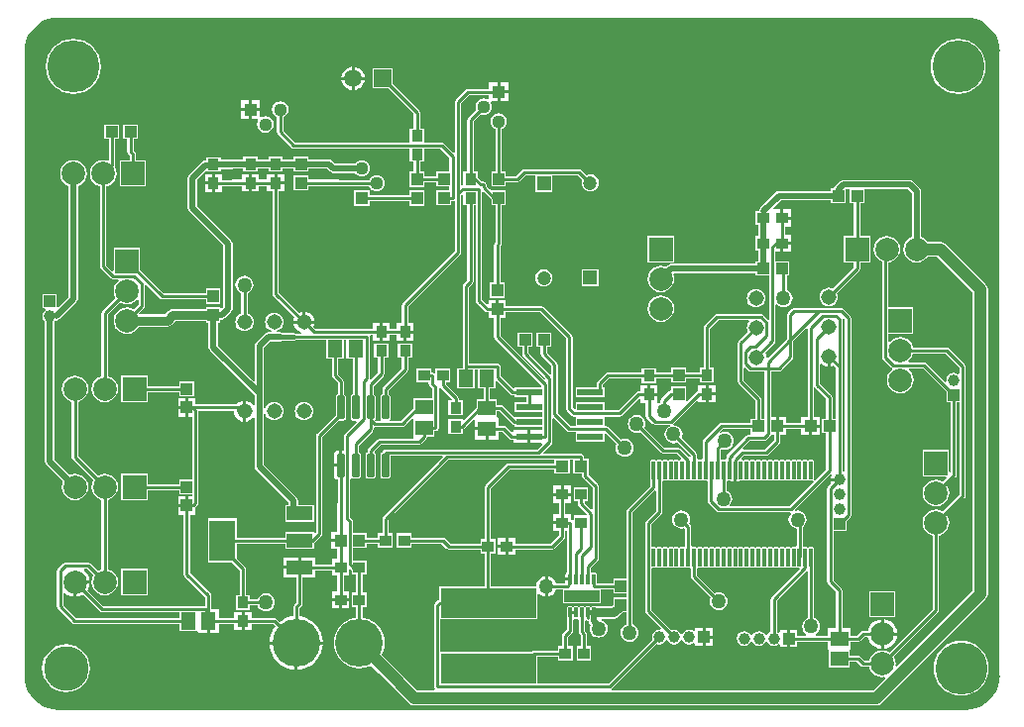
<source format=gtl>
G04*
G04 #@! TF.GenerationSoftware,Altium Limited,Altium Designer,20.0.9 (164)*
G04*
G04 Layer_Physical_Order=1*
G04 Layer_Color=255*
%FSLAX25Y25*%
%MOIN*%
G70*
G01*
G75*
%ADD17C,0.01000*%
%ADD18R,0.04134X0.03937*%
G04:AMPARAMS|DCode=19|XSize=59.84mil|YSize=11.02mil|CornerRadius=1.38mil|HoleSize=0mil|Usage=FLASHONLY|Rotation=270.000|XOffset=0mil|YOffset=0mil|HoleType=Round|Shape=RoundedRectangle|*
%AMROUNDEDRECTD19*
21,1,0.05984,0.00827,0,0,270.0*
21,1,0.05709,0.01102,0,0,270.0*
1,1,0.00276,-0.00413,-0.02854*
1,1,0.00276,-0.00413,0.02854*
1,1,0.00276,0.00413,0.02854*
1,1,0.00276,0.00413,-0.02854*
%
%ADD19ROUNDEDRECTD19*%
%ADD20R,0.03740X0.03937*%
%ADD21R,0.03937X0.04134*%
%ADD22R,0.05118X0.05906*%
%ADD23R,0.03937X0.03740*%
%ADD24R,0.05906X0.05118*%
%ADD25R,0.08661X0.13780*%
%ADD26R,0.08661X0.04724*%
%ADD27R,0.08661X0.02362*%
G04:AMPARAMS|DCode=28|XSize=77.56mil|YSize=23.62mil|CornerRadius=2.95mil|HoleSize=0mil|Usage=FLASHONLY|Rotation=90.000|XOffset=0mil|YOffset=0mil|HoleType=Round|Shape=RoundedRectangle|*
%AMROUNDEDRECTD28*
21,1,0.07756,0.01772,0,0,90.0*
21,1,0.07165,0.02362,0,0,90.0*
1,1,0.00591,0.00886,0.03583*
1,1,0.00591,0.00886,-0.03583*
1,1,0.00591,-0.00886,-0.03583*
1,1,0.00591,-0.00886,0.03583*
%
%ADD28ROUNDEDRECTD28*%
G04:AMPARAMS|DCode=29|XSize=33.07mil|YSize=10.24mil|CornerRadius=1.28mil|HoleSize=0mil|Usage=FLASHONLY|Rotation=270.000|XOffset=0mil|YOffset=0mil|HoleType=Round|Shape=RoundedRectangle|*
%AMROUNDEDRECTD29*
21,1,0.03307,0.00768,0,0,270.0*
21,1,0.03051,0.01024,0,0,270.0*
1,1,0.00256,-0.00384,-0.01526*
1,1,0.00256,-0.00384,0.01526*
1,1,0.00256,0.00384,0.01526*
1,1,0.00256,0.00384,-0.01526*
%
%ADD29ROUNDEDRECTD29*%
%ADD30R,0.32284X0.10236*%
%ADD63R,0.11850X0.04134*%
%ADD64C,0.02000*%
%ADD65C,0.01500*%
%ADD66C,0.04000*%
%ADD67C,0.03000*%
%ADD68C,0.05906*%
%ADD69R,0.05906X0.05906*%
%ADD70R,0.07913X0.07913*%
%ADD71C,0.07913*%
%ADD72R,0.07913X0.07913*%
%ADD73C,0.05150*%
%ADD74C,0.03937*%
%ADD75R,0.03937X0.03937*%
%ADD76R,0.04449X0.04449*%
%ADD77C,0.04449*%
%ADD78R,0.03937X0.03937*%
%ADD79C,0.16000*%
%ADD80R,0.04449X0.04449*%
%ADD81C,0.04724*%
%ADD82R,0.04724X0.04724*%
%ADD83C,0.05000*%
%ADD84C,0.15000*%
%ADD85C,0.17500*%
G36*
X451797Y341344D02*
X453549Y340923D01*
X455214Y340234D01*
X456751Y339292D01*
X458121Y338121D01*
X459292Y336751D01*
X460234Y335214D01*
X460923Y333549D01*
X461344Y331797D01*
X461484Y330018D01*
X461480Y330000D01*
Y120000D01*
X461484Y119982D01*
X461344Y118203D01*
X460923Y116451D01*
X460234Y114786D01*
X459292Y113249D01*
X458121Y111879D01*
X456751Y110708D01*
X455214Y109766D01*
X453549Y109077D01*
X451797Y108656D01*
X450018Y108516D01*
X450000Y108520D01*
X145000D01*
X144982Y108516D01*
X143203Y108656D01*
X141451Y109077D01*
X139786Y109766D01*
X138249Y110708D01*
X136879Y111879D01*
X135708Y113249D01*
X134766Y114786D01*
X134077Y116451D01*
X133656Y118203D01*
X133516Y119982D01*
X133520Y120000D01*
X133519Y330000D01*
X133520Y330000D01*
X133520D01*
X133553Y330486D01*
X133656Y331797D01*
X134077Y333549D01*
X134766Y335214D01*
X135708Y336751D01*
X136879Y338121D01*
X138249Y339292D01*
X139786Y340234D01*
X141451Y340923D01*
X143203Y341344D01*
X144982Y341484D01*
X145000Y341480D01*
X450000D01*
X450018Y341484D01*
X451797Y341344D01*
D02*
G37*
%LPC*%
G36*
X244500Y324921D02*
Y321500D01*
X247921D01*
X247851Y322032D01*
X247453Y322993D01*
X246819Y323819D01*
X245993Y324453D01*
X245032Y324851D01*
X244500Y324921D01*
D02*
G37*
G36*
X243500D02*
X242968Y324851D01*
X242007Y324453D01*
X241181Y323819D01*
X240547Y322993D01*
X240149Y322032D01*
X240079Y321500D01*
X243500D01*
Y324921D01*
D02*
G37*
G36*
X247921Y320500D02*
X244500D01*
Y317079D01*
X245032Y317149D01*
X245993Y317547D01*
X246819Y318181D01*
X247453Y319007D01*
X247851Y319968D01*
X247921Y320500D01*
D02*
G37*
G36*
X243500D02*
X240079D01*
X240149Y319968D01*
X240547Y319007D01*
X241181Y318181D01*
X242007Y317547D01*
X242968Y317149D01*
X243500Y317079D01*
Y320500D01*
D02*
G37*
G36*
X296224Y319724D02*
X293500D01*
Y317000D01*
X296224D01*
Y319724D01*
D02*
G37*
G36*
X447500Y334295D02*
X445687Y334116D01*
X443943Y333587D01*
X442336Y332728D01*
X440928Y331572D01*
X439772Y330164D01*
X438913Y328557D01*
X438384Y326813D01*
X438205Y325000D01*
X438384Y323187D01*
X438913Y321443D01*
X439772Y319836D01*
X440928Y318428D01*
X442336Y317272D01*
X443943Y316413D01*
X445687Y315884D01*
X447500Y315705D01*
X449313Y315884D01*
X451057Y316413D01*
X452664Y317272D01*
X454072Y318428D01*
X455228Y319836D01*
X456087Y321443D01*
X456616Y323187D01*
X456795Y325000D01*
X456616Y326813D01*
X456087Y328557D01*
X455228Y330164D01*
X454072Y331572D01*
X452664Y332728D01*
X451057Y333587D01*
X449313Y334116D01*
X447500Y334295D01*
D02*
G37*
G36*
X150000D02*
X148187Y334116D01*
X146443Y333587D01*
X144836Y332728D01*
X143428Y331572D01*
X142272Y330164D01*
X141413Y328557D01*
X140884Y326813D01*
X140705Y325000D01*
X140884Y323187D01*
X141413Y321443D01*
X142272Y319836D01*
X143428Y318428D01*
X144836Y317272D01*
X146443Y316413D01*
X148187Y315884D01*
X150000Y315705D01*
X151813Y315884D01*
X153557Y316413D01*
X155164Y317272D01*
X156572Y318428D01*
X157728Y319836D01*
X158587Y321443D01*
X159116Y323187D01*
X159295Y325000D01*
X159116Y326813D01*
X158587Y328557D01*
X157728Y330164D01*
X156572Y331572D01*
X155164Y332728D01*
X153557Y333587D01*
X151813Y334116D01*
X150000Y334295D01*
D02*
G37*
G36*
X296224Y316000D02*
X293500D01*
Y313276D01*
X296224D01*
Y316000D01*
D02*
G37*
G36*
X212724Y313724D02*
X210000D01*
Y311000D01*
X212724D01*
Y313724D01*
D02*
G37*
G36*
X209000D02*
X206276D01*
Y311000D01*
X209000D01*
Y313724D01*
D02*
G37*
G36*
Y310000D02*
X206276D01*
Y307276D01*
X209000D01*
Y310000D01*
D02*
G37*
G36*
X212724D02*
X210000D01*
Y307276D01*
X211869D01*
X212080Y306776D01*
X211846Y306211D01*
X211752Y305500D01*
X211846Y304789D01*
X212120Y304126D01*
X212557Y303557D01*
X213126Y303120D01*
X213789Y302846D01*
X214500Y302752D01*
X215211Y302846D01*
X215874Y303120D01*
X216443Y303557D01*
X216880Y304126D01*
X217154Y304789D01*
X217248Y305500D01*
X217154Y306211D01*
X216880Y306874D01*
X216443Y307443D01*
X215874Y307880D01*
X215211Y308154D01*
X214500Y308248D01*
X213789Y308154D01*
X213224Y307921D01*
X212724Y308131D01*
Y310000D01*
D02*
G37*
G36*
X257453Y324453D02*
X250547D01*
Y317547D01*
X256011D01*
X264480Y309078D01*
Y304118D01*
X263130D01*
Y299420D01*
X224422D01*
X220520Y303322D01*
Y307974D01*
X220874Y308120D01*
X221443Y308557D01*
X221880Y309126D01*
X222154Y309789D01*
X222248Y310500D01*
X222154Y311211D01*
X221880Y311874D01*
X221443Y312443D01*
X220874Y312880D01*
X220211Y313154D01*
X219500Y313248D01*
X218789Y313154D01*
X218126Y312880D01*
X217557Y312443D01*
X217120Y311874D01*
X216846Y311211D01*
X216752Y310500D01*
X216846Y309789D01*
X217120Y309126D01*
X217557Y308557D01*
X218126Y308120D01*
X218480Y307974D01*
Y302900D01*
X218558Y302510D01*
X218779Y302179D01*
X223279Y297679D01*
X223610Y297458D01*
X224000Y297380D01*
X263130D01*
Y292882D01*
X264480D01*
Y289567D01*
X263032D01*
Y284433D01*
X267969D01*
Y285980D01*
X269900D01*
X270290Y286058D01*
X270398Y286130D01*
X272031D01*
Y284583D01*
X276480D01*
Y283417D01*
X272031D01*
Y278284D01*
X276969D01*
Y279831D01*
X277500D01*
X277780Y279887D01*
X278140Y279690D01*
X278280Y279568D01*
Y262822D01*
X260779Y245321D01*
X260558Y244990D01*
X260480Y244600D01*
Y238618D01*
X258630D01*
Y236669D01*
X256370D01*
Y238618D01*
X254000D01*
Y235650D01*
Y232681D01*
X256370D01*
Y234630D01*
X258630D01*
Y232681D01*
X261000D01*
Y235650D01*
X261500D01*
Y236150D01*
X264370D01*
Y238618D01*
X262520D01*
Y244178D01*
X280021Y261679D01*
X280242Y262010D01*
X280320Y262400D01*
Y281778D01*
X280668Y282126D01*
X281130Y281935D01*
Y278382D01*
X282480D01*
Y253012D01*
X281334Y251866D01*
X281113Y251535D01*
X281036Y251145D01*
Y224000D01*
Y223453D01*
X278996D01*
Y216547D01*
X285114D01*
Y222980D01*
X285886D01*
Y216547D01*
X287925D01*
Y214955D01*
X287980Y214678D01*
Y213004D01*
X285547D01*
Y210140D01*
X281332Y205924D01*
X280870Y206116D01*
Y206319D01*
X276130D01*
Y201382D01*
X280870D01*
Y202865D01*
X281090Y202908D01*
X281421Y203129D01*
X284547Y206256D01*
X285047Y206049D01*
Y203555D01*
X289000D01*
Y203055D01*
X289500D01*
Y199496D01*
X292953D01*
Y202036D01*
X294378D01*
X296689Y199724D01*
X297020Y199503D01*
X297410Y199425D01*
X297933D01*
Y198264D01*
X302764D01*
Y200445D01*
Y202626D01*
X297933D01*
Y202071D01*
X297433Y201864D01*
X295521Y203776D01*
X295190Y203997D01*
X294800Y204075D01*
X292953D01*
Y206614D01*
X292840D01*
X292453Y206886D01*
Y208925D01*
X293378D01*
X297579Y204724D01*
X297910Y204503D01*
X298300Y204425D01*
X298433D01*
Y203764D01*
X307580D01*
Y202626D01*
X303764D01*
Y200445D01*
Y198264D01*
X307469D01*
X307660Y197802D01*
X305978Y196120D01*
X254850D01*
X254460Y196042D01*
X254129Y195821D01*
X253908Y195490D01*
X253835Y195120D01*
X253654Y195084D01*
X253391Y194908D01*
X253215Y194645D01*
X253154Y194335D01*
Y187169D01*
X253215Y186859D01*
X253391Y186596D01*
X253654Y186420D01*
X253965Y186358D01*
X255736D01*
X256047Y186420D01*
X256310Y186596D01*
X256485Y186859D01*
X256547Y187169D01*
Y194080D01*
X274036D01*
X274227Y193619D01*
X254129Y173521D01*
X253908Y173190D01*
X253831Y172800D01*
Y167870D01*
X252382D01*
Y166520D01*
X248697D01*
Y167968D01*
X243920D01*
Y171900D01*
X243842Y172290D01*
X243621Y172621D01*
X243120Y173122D01*
Y186176D01*
X243620Y186443D01*
X243654Y186420D01*
X243965Y186358D01*
X245736D01*
X246046Y186420D01*
X246310Y186596D01*
X246485Y186859D01*
X246547Y187169D01*
Y194335D01*
X246485Y194645D01*
X246310Y194908D01*
X246046Y195084D01*
X245870Y195119D01*
Y197478D01*
X250571Y202179D01*
X250792Y202510D01*
X250870Y202900D01*
Y203310D01*
X251200Y203580D01*
X260500D01*
X260890Y203658D01*
X261221Y203879D01*
X263996Y206654D01*
X264378Y206329D01*
Y200252D01*
X264378D01*
X264215Y199820D01*
X253050D01*
X252660Y199742D01*
X252329Y199521D01*
X249129Y196321D01*
X248908Y195990D01*
X248831Y195600D01*
Y195119D01*
X248654Y195084D01*
X248391Y194908D01*
X248215Y194645D01*
X248154Y194335D01*
Y187169D01*
X248215Y186859D01*
X248391Y186596D01*
X248654Y186420D01*
X248965Y186358D01*
X250736D01*
X251046Y186420D01*
X251310Y186596D01*
X251485Y186859D01*
X251547Y187169D01*
Y194335D01*
X251485Y194645D01*
X251310Y194908D01*
X251308Y194909D01*
X251215Y195517D01*
X251218Y195525D01*
X253473Y197780D01*
X266231D01*
X266621Y197858D01*
X266952Y198079D01*
X268552Y199679D01*
X268773Y200010D01*
X268821Y200252D01*
X271284D01*
Y202291D01*
X271800D01*
X272190Y202369D01*
X272521Y202590D01*
X272742Y202921D01*
X272820Y203311D01*
Y216941D01*
X273320Y217093D01*
X273429Y216929D01*
X277240Y213118D01*
X277033Y212618D01*
X276130D01*
Y207681D01*
X280870D01*
Y212618D01*
X279520D01*
Y213300D01*
X279442Y213690D01*
X279221Y214021D01*
X275169Y218073D01*
Y218630D01*
X276618D01*
Y223370D01*
X271681D01*
Y221932D01*
X271379Y221794D01*
X271181Y221748D01*
X270890Y221942D01*
X270500Y222020D01*
X270319D01*
Y223370D01*
X265382D01*
Y218630D01*
X269480D01*
Y218400D01*
X269558Y218010D01*
X269779Y217679D01*
X270780Y216678D01*
Y213260D01*
X264378D01*
Y209920D01*
X260078Y205620D01*
X256573D01*
X256444Y205827D01*
X256360Y206120D01*
X256485Y206308D01*
X256547Y206618D01*
Y213784D01*
X256485Y214094D01*
X256310Y214357D01*
X256047Y214533D01*
X255870Y214568D01*
Y215878D01*
X262221Y222229D01*
X262442Y222559D01*
X262520Y222950D01*
Y226882D01*
X263870D01*
Y231819D01*
X259130D01*
Y226882D01*
X260480D01*
Y223372D01*
X254129Y217021D01*
X253908Y216690D01*
X253831Y216300D01*
Y214568D01*
X253654Y214533D01*
X253391Y214357D01*
X253215Y214094D01*
X253154Y213784D01*
Y206618D01*
X253215Y206308D01*
X253341Y206120D01*
X253256Y205827D01*
X253128Y205620D01*
X251651D01*
X251304Y205988D01*
X251310Y206045D01*
X251485Y206308D01*
X251547Y206618D01*
Y213784D01*
X251485Y214094D01*
X251310Y214357D01*
X251046Y214533D01*
X250870Y214568D01*
Y217478D01*
X254221Y220829D01*
X254442Y221159D01*
X254520Y221550D01*
Y226882D01*
X255870D01*
Y231819D01*
X251130D01*
Y226882D01*
X252480D01*
Y221972D01*
X249935Y219427D01*
X249475Y219673D01*
X249520Y219900D01*
Y234000D01*
X249494Y234130D01*
X249837Y234630D01*
X250630D01*
Y232681D01*
X253000D01*
Y235650D01*
Y238618D01*
X250630D01*
Y236669D01*
X231273D01*
X230658Y237284D01*
X230983Y238067D01*
X231040Y238500D01*
X223960D01*
X224017Y238067D01*
X224377Y237197D01*
X224950Y236450D01*
X225697Y235877D01*
X226567Y235517D01*
X226516Y235020D01*
X224724D01*
X224488Y235177D01*
X224000Y235275D01*
X220292D01*
X220085Y235413D01*
X219500Y235529D01*
X218404D01*
X218303Y236004D01*
X219051Y236314D01*
X219693Y236807D01*
X220186Y237449D01*
X220496Y238197D01*
X220601Y239000D01*
X220496Y239803D01*
X220186Y240551D01*
X219693Y241193D01*
X219051Y241686D01*
X218303Y241996D01*
X217500Y242101D01*
X216697Y241996D01*
X215949Y241686D01*
X215307Y241193D01*
X214814Y240551D01*
X214504Y239803D01*
X214399Y239000D01*
X214504Y238197D01*
X214814Y237449D01*
X215307Y236807D01*
X215949Y236314D01*
X216697Y236004D01*
X216596Y235529D01*
X215500D01*
X214915Y235413D01*
X214419Y235081D01*
X211419Y232081D01*
X211087Y231585D01*
X210971Y231000D01*
Y219346D01*
X210509Y219154D01*
X198529Y231134D01*
Y238784D01*
X199469D01*
Y239853D01*
X199883D01*
X200468Y239970D01*
X200964Y240301D01*
X203081Y242419D01*
X203413Y242915D01*
X203529Y243500D01*
Y265400D01*
X203413Y265985D01*
X203081Y266481D01*
X191529Y278033D01*
Y286866D01*
X194360Y289697D01*
X194760Y289531D01*
Y289531D01*
X199500D01*
Y290471D01*
X203200D01*
X203785Y290587D01*
X203835Y290620D01*
X207130D01*
Y289681D01*
X211870D01*
Y290620D01*
X215630D01*
Y289681D01*
X220370D01*
Y290620D01*
X224031D01*
Y289583D01*
X228969D01*
Y290620D01*
X235367D01*
X236367Y289619D01*
X236863Y289288D01*
X237449Y289171D01*
X244700D01*
X245018Y288758D01*
X245587Y288321D01*
X246249Y288047D01*
X246961Y287953D01*
X247672Y288047D01*
X248335Y288321D01*
X248904Y288758D01*
X249340Y289327D01*
X249615Y289990D01*
X249709Y290701D01*
X249615Y291412D01*
X249340Y292075D01*
X248904Y292644D01*
X248335Y293081D01*
X247672Y293355D01*
X246961Y293449D01*
X246249Y293355D01*
X245587Y293081D01*
X245018Y292644D01*
X244700Y292230D01*
X238082D01*
X237081Y293231D01*
X236585Y293563D01*
X236000Y293679D01*
X228969D01*
Y294717D01*
X224031D01*
Y293679D01*
X220370D01*
Y294618D01*
X215630D01*
Y293679D01*
X211870D01*
Y294618D01*
X207130D01*
Y293679D01*
X203350D01*
X202764Y293563D01*
X202715Y293529D01*
X199500D01*
Y294468D01*
X194760D01*
Y293375D01*
X194346D01*
X193760Y293259D01*
X193264Y292927D01*
X188919Y288581D01*
X188587Y288085D01*
X188471Y287500D01*
Y277400D01*
X188587Y276815D01*
X188919Y276319D01*
X200471Y264767D01*
Y244133D01*
X199930Y243593D01*
X199469Y243785D01*
Y243917D01*
X194532D01*
Y243390D01*
X183350D01*
X182570Y243234D01*
X181909Y242792D01*
X180655Y241539D01*
X172188D01*
X171981Y242039D01*
X173678Y243736D01*
X173899Y244067D01*
X173976Y244457D01*
Y251375D01*
X174476Y251582D01*
X179129Y246929D01*
X179460Y246708D01*
X179850Y246630D01*
X194532D01*
Y245083D01*
X199469D01*
Y250217D01*
X194532D01*
Y248669D01*
X180273D01*
X172457Y256485D01*
Y263957D01*
X163543D01*
Y256252D01*
X163081Y256061D01*
X161020Y258122D01*
Y284639D01*
X161163Y284658D01*
X162248Y285107D01*
X163179Y285822D01*
X163893Y286752D01*
X164342Y287837D01*
X164495Y289000D01*
X164342Y290163D01*
X163893Y291248D01*
X163763Y291417D01*
X163792Y291460D01*
X163870Y291850D01*
Y300532D01*
X165417D01*
Y305469D01*
X160284D01*
Y300532D01*
X161831D01*
Y293515D01*
X161415Y293238D01*
X161163Y293342D01*
X160000Y293495D01*
X158837Y293342D01*
X157752Y292893D01*
X156822Y292179D01*
X156107Y291248D01*
X155658Y290163D01*
X155505Y289000D01*
X155658Y287837D01*
X156107Y286752D01*
X156822Y285822D01*
X157752Y285107D01*
X158837Y284658D01*
X158980Y284639D01*
Y257700D01*
X159058Y257310D01*
X159279Y256979D01*
X162479Y253779D01*
X162810Y253558D01*
X163200Y253480D01*
X165045D01*
X165215Y252980D01*
X164822Y252678D01*
X164107Y251748D01*
X163658Y250663D01*
X163505Y249500D01*
X163658Y248337D01*
X164107Y247252D01*
X164195Y247137D01*
X159779Y242721D01*
X159558Y242390D01*
X159480Y242000D01*
Y220861D01*
X159337Y220842D01*
X158252Y220393D01*
X157322Y219678D01*
X156607Y218748D01*
X156158Y217663D01*
X156005Y216500D01*
X156158Y215337D01*
X156607Y214252D01*
X157322Y213321D01*
X158252Y212607D01*
X159337Y212158D01*
X160500Y212005D01*
X161663Y212158D01*
X162748Y212607D01*
X163679Y213321D01*
X164393Y214252D01*
X164842Y215337D01*
X164995Y216500D01*
X164842Y217663D01*
X164393Y218748D01*
X163679Y219678D01*
X162748Y220393D01*
X161663Y220842D01*
X161520Y220861D01*
Y241578D01*
X165637Y245695D01*
X165752Y245607D01*
X166837Y245158D01*
X168000Y245005D01*
X169163Y245158D01*
X170248Y245607D01*
X171178Y246322D01*
X171437Y246658D01*
X171937Y246489D01*
Y244879D01*
X170363Y243305D01*
X170248Y243393D01*
X169163Y243842D01*
X168000Y243995D01*
X166837Y243842D01*
X165752Y243393D01*
X164822Y242678D01*
X164107Y241748D01*
X163658Y240663D01*
X163505Y239500D01*
X163658Y238337D01*
X163988Y237539D01*
X163980Y237500D01*
X164058Y237110D01*
X164279Y236779D01*
X164610Y236558D01*
X164645Y236551D01*
X164822Y236321D01*
X165752Y235607D01*
X166837Y235158D01*
X168000Y235005D01*
X169163Y235158D01*
X170248Y235607D01*
X171178Y236321D01*
X171893Y237252D01*
X171979Y237461D01*
X181500D01*
X182280Y237616D01*
X182942Y238058D01*
X184195Y239311D01*
X194532D01*
Y238784D01*
X195471D01*
Y230500D01*
X195587Y229915D01*
X195919Y229419D01*
X210971Y214367D01*
Y211171D01*
X210471Y211001D01*
X210050Y211550D01*
X209303Y212123D01*
X208433Y212483D01*
X208000Y212540D01*
Y209000D01*
Y205460D01*
X208433Y205517D01*
X209303Y205877D01*
X210050Y206450D01*
X210471Y206999D01*
X210971Y206829D01*
Y190400D01*
X211087Y189815D01*
X211419Y189319D01*
X222471Y178267D01*
Y177417D01*
X221162D01*
Y171693D01*
X230823D01*
Y177417D01*
X225529D01*
Y178900D01*
X225413Y179485D01*
X225081Y179981D01*
X214029Y191033D01*
Y208096D01*
X214504Y208197D01*
X214814Y207449D01*
X215307Y206807D01*
X215949Y206314D01*
X216697Y206004D01*
X217500Y205899D01*
X218303Y206004D01*
X219051Y206314D01*
X219693Y206807D01*
X220186Y207449D01*
X220496Y208197D01*
X220601Y209000D01*
X220496Y209803D01*
X220186Y210551D01*
X219693Y211193D01*
X219051Y211686D01*
X218303Y211996D01*
X217500Y212101D01*
X216697Y211996D01*
X215949Y211686D01*
X215307Y211193D01*
X214814Y210551D01*
X214504Y209803D01*
X214029Y209904D01*
Y215000D01*
Y230366D01*
X216133Y232471D01*
X219500D01*
X220085Y232587D01*
X220292Y232726D01*
X224000D01*
X224488Y232822D01*
X224724Y232980D01*
X234901D01*
Y226547D01*
X236941D01*
Y220990D01*
X237019Y220600D01*
X237240Y220269D01*
X238831Y218678D01*
Y214568D01*
X238654Y214533D01*
X238391Y214357D01*
X238215Y214094D01*
X238154Y213784D01*
Y207696D01*
X231979Y201521D01*
X231758Y201190D01*
X231680Y200800D01*
Y168222D01*
X231285Y167827D01*
X230823Y168018D01*
Y168362D01*
X221162D01*
Y166520D01*
X204838D01*
Y172890D01*
X195177D01*
Y158110D01*
X203356D01*
X205980Y155485D01*
Y147118D01*
X204630D01*
Y142181D01*
X209370D01*
Y143630D01*
X211875D01*
X212080Y143137D01*
X212560Y142510D01*
X213187Y142029D01*
X213917Y141727D01*
X214700Y141624D01*
X215483Y141727D01*
X216213Y142029D01*
X216840Y142510D01*
X217320Y143137D01*
X217623Y143866D01*
X217726Y144650D01*
X217623Y145433D01*
X217320Y146162D01*
X216840Y146789D01*
X216213Y147270D01*
X215483Y147572D01*
X214700Y147676D01*
X213917Y147572D01*
X213187Y147270D01*
X212560Y146789D01*
X212080Y146162D01*
X211875Y145669D01*
X209370D01*
Y147118D01*
X208020D01*
Y155908D01*
X207942Y156298D01*
X207721Y156629D01*
X204838Y159511D01*
Y164480D01*
X221162D01*
Y162638D01*
X230823D01*
Y164580D01*
X231121Y164779D01*
X233421Y167079D01*
X233642Y167410D01*
X233720Y167800D01*
Y200378D01*
X239149Y205807D01*
X240736D01*
X241047Y205869D01*
X241310Y206045D01*
X241485Y206308D01*
X241547Y206618D01*
Y213784D01*
X241485Y214094D01*
X241310Y214357D01*
X241047Y214533D01*
X240870Y214568D01*
Y219100D01*
X240792Y219490D01*
X240571Y219821D01*
X238980Y221412D01*
Y226547D01*
X241020D01*
Y232980D01*
X241791D01*
Y226547D01*
X243831D01*
Y214568D01*
X243654Y214533D01*
X243391Y214357D01*
X243215Y214094D01*
X243154Y213784D01*
Y206618D01*
X243215Y206308D01*
X243391Y206045D01*
X243654Y205869D01*
X243965Y205807D01*
X245012D01*
X245203Y205345D01*
X241379Y201521D01*
X241158Y201190D01*
X241080Y200800D01*
Y195938D01*
X240736Y195655D01*
X240350D01*
Y190752D01*
X239850D01*
Y190252D01*
X237644D01*
Y187169D01*
X237744Y186664D01*
X238031Y186235D01*
X238459Y185949D01*
X238831Y185875D01*
Y178199D01*
X238811Y178100D01*
Y168468D01*
X236764D01*
Y166000D01*
X239831D01*
Y165000D01*
X236764D01*
Y162531D01*
X238811D01*
Y159315D01*
X236862D01*
Y157464D01*
X231323D01*
Y159807D01*
X226492D01*
Y156445D01*
X225992D01*
Y155945D01*
X220661D01*
Y153083D01*
X224973D01*
Y144644D01*
X224149Y143821D01*
X223928Y143490D01*
X223850Y143100D01*
Y139943D01*
X223106Y139870D01*
X221409Y139355D01*
X219846Y138519D01*
X219267Y138045D01*
X218241Y139071D01*
X217910Y139292D01*
X217520Y139370D01*
X209870D01*
Y141319D01*
X207500D01*
Y138350D01*
Y135382D01*
X209870D01*
Y137331D01*
X217097D01*
X217825Y136603D01*
X217351Y136024D01*
X216515Y134461D01*
X216000Y132764D01*
X215876Y131500D01*
X224870D01*
X233864D01*
X233740Y132764D01*
X233225Y134461D01*
X232389Y136024D01*
X231265Y137395D01*
X229894Y138519D01*
X228331Y139355D01*
X226634Y139870D01*
X225890Y139943D01*
Y142678D01*
X226713Y143501D01*
X226934Y143832D01*
X227012Y144222D01*
Y153083D01*
X231323D01*
Y155425D01*
X236862D01*
Y153575D01*
X238811D01*
Y148370D01*
X236862D01*
Y146000D01*
X239831D01*
X242799D01*
Y148370D01*
X240850D01*
Y153575D01*
X242799D01*
Y155550D01*
X243079Y155666D01*
X243247Y155700D01*
X243661Y155397D01*
Y154075D01*
X245110D01*
Y147870D01*
X243661D01*
Y143130D01*
X245110D01*
Y139441D01*
X244464Y139377D01*
X242862Y138891D01*
X241385Y138102D01*
X240090Y137039D01*
X239028Y135745D01*
X238239Y134269D01*
X237753Y132666D01*
X237589Y131000D01*
X237753Y129334D01*
X238239Y127731D01*
X239028Y126255D01*
X240090Y124960D01*
X241385Y123898D01*
X242862Y123109D01*
X244464Y122623D01*
X246130Y122459D01*
X247796Y122623D01*
X249398Y123109D01*
X250062Y123463D01*
X252698Y120827D01*
X252698Y120827D01*
X262828Y110698D01*
X263654Y110145D01*
X264630Y109951D01*
X420000D01*
X420975Y110145D01*
X421802Y110698D01*
X456802Y145698D01*
X457355Y146525D01*
X457549Y147500D01*
Y250000D01*
X457355Y250975D01*
X456802Y251802D01*
X443302Y265302D01*
X442476Y265855D01*
X441500Y266049D01*
X437162D01*
X436679Y266679D01*
X435748Y267393D01*
X435029Y267690D01*
Y283000D01*
X434913Y283585D01*
X434581Y284081D01*
X432281Y286382D01*
X431784Y286714D01*
X431199Y286830D01*
X408902D01*
X408316Y286714D01*
X407820Y286382D01*
X406119Y284681D01*
X405788Y284185D01*
X405745Y283968D01*
X404634D01*
Y283029D01*
X387200D01*
X386615Y282913D01*
X386119Y282581D01*
X380852Y277314D01*
X380520Y276818D01*
X380431Y276370D01*
X379465D01*
Y271630D01*
X380404D01*
Y267870D01*
X379465D01*
Y263130D01*
X380404D01*
Y259469D01*
X379366D01*
Y258529D01*
X351000D01*
X350415Y258413D01*
X349919Y258081D01*
X349382Y257544D01*
X348663Y257842D01*
X347500Y257995D01*
X346337Y257842D01*
X345252Y257393D01*
X344321Y256679D01*
X343607Y255748D01*
X343158Y254663D01*
X343005Y253500D01*
X343158Y252337D01*
X343607Y251252D01*
X344321Y250322D01*
X345252Y249607D01*
X346337Y249158D01*
X347500Y249005D01*
X348663Y249158D01*
X349748Y249607D01*
X350678Y250322D01*
X351393Y251252D01*
X351842Y252337D01*
X351995Y253500D01*
X351842Y254663D01*
X351715Y254971D01*
X352049Y255471D01*
X379366D01*
Y254532D01*
X384080D01*
Y239969D01*
X383580Y239761D01*
X382021Y241321D01*
X381690Y241542D01*
X381300Y241620D01*
X366400D01*
X366010Y241542D01*
X365679Y241321D01*
X362279Y237921D01*
X362058Y237590D01*
X361980Y237200D01*
Y223618D01*
X360630D01*
Y222169D01*
X355968D01*
Y223716D01*
X351031D01*
Y221964D01*
X345870D01*
Y223413D01*
X341130D01*
Y221964D01*
X329600D01*
X329210Y221887D01*
X328879Y221666D01*
X326179Y218966D01*
X325958Y218635D01*
X325880Y218245D01*
Y217126D01*
X318905D01*
Y213764D01*
X328567D01*
Y217126D01*
X327920D01*
Y217823D01*
X330022Y219925D01*
X341130D01*
Y218476D01*
X345870D01*
Y219925D01*
X351031D01*
Y218583D01*
X355968D01*
Y220130D01*
X360630D01*
Y218681D01*
X365370D01*
Y223618D01*
X364020D01*
Y236778D01*
X366822Y239580D01*
X377054D01*
X377221Y239080D01*
X376814Y238551D01*
X376504Y237803D01*
X376399Y237000D01*
X376504Y236197D01*
X376724Y235666D01*
X373704Y232646D01*
X373483Y232315D01*
X373406Y231925D01*
Y218925D01*
X373483Y218535D01*
X373704Y218204D01*
X379331Y212578D01*
Y206469D01*
X377783D01*
Y205020D01*
X367842D01*
X367452Y204942D01*
X367121Y204721D01*
X361921Y199521D01*
X361700Y199190D01*
X361622Y198800D01*
Y193030D01*
X361564Y192947D01*
X361122Y192663D01*
X361087Y192670D01*
X360260D01*
X360224Y192663D01*
X359783Y192947D01*
X359724Y193030D01*
Y194300D01*
X359647Y194690D01*
X359426Y195021D01*
X354523Y199924D01*
X354728Y200417D01*
X354831Y201200D01*
X354728Y201983D01*
X354425Y202713D01*
X353944Y203340D01*
X353318Y203820D01*
X352588Y204123D01*
X351805Y204226D01*
X351728Y204216D01*
X351547Y204696D01*
X351671Y204779D01*
X359668Y212776D01*
X360130Y212585D01*
Y211882D01*
X362500D01*
Y214850D01*
Y217819D01*
X360130D01*
Y215836D01*
X359910Y215792D01*
X359579Y215571D01*
X356469Y212461D01*
X355968Y212668D01*
Y217417D01*
X351031D01*
Y215870D01*
X350850D01*
X350460Y215792D01*
X350129Y215571D01*
X347779Y213221D01*
X347558Y212890D01*
X347480Y212500D01*
Y211825D01*
X346987Y211620D01*
X346862Y211524D01*
X346690Y211532D01*
X346371Y211777D01*
X346370Y211787D01*
X346370Y212123D01*
Y214146D01*
X343500D01*
Y214646D01*
X343000D01*
Y217614D01*
X340630D01*
Y215665D01*
X340146D01*
X339755Y215588D01*
X339425Y215367D01*
X333278Y209220D01*
X328567D01*
Y212126D01*
X318905D01*
Y209844D01*
X318405Y209637D01*
X317820Y210222D01*
Y233900D01*
X317742Y234290D01*
X317521Y234621D01*
X308071Y244071D01*
X307740Y244292D01*
X307350Y244370D01*
X295468D01*
Y246417D01*
X293000D01*
Y243350D01*
X292000D01*
Y246417D01*
X289531D01*
Y245064D01*
X289070Y244872D01*
X287420Y246522D01*
Y282735D01*
X287881Y282926D01*
X290531Y280276D01*
Y278284D01*
X291980D01*
Y265922D01*
X291779Y265721D01*
X291558Y265390D01*
X291480Y265000D01*
Y252217D01*
X290032D01*
Y247083D01*
X294969D01*
Y252217D01*
X293520D01*
Y264578D01*
X293721Y264779D01*
X293942Y265110D01*
X294020Y265500D01*
Y278284D01*
X295468D01*
Y283417D01*
X290531D01*
X290531Y283417D01*
Y283417D01*
X290098Y283594D01*
X288890Y284802D01*
Y285206D01*
X288812Y285596D01*
X288591Y285927D01*
X288260Y286148D01*
X287870Y286226D01*
X287466D01*
X285870Y287821D01*
Y289618D01*
X284520D01*
Y306578D01*
X286934Y308993D01*
X287289Y308846D01*
X288000Y308752D01*
X288711Y308846D01*
X289374Y309120D01*
X289943Y309557D01*
X290380Y310126D01*
X290654Y310789D01*
X290748Y311500D01*
X290654Y312211D01*
X290421Y312776D01*
X290631Y313276D01*
X292500D01*
Y316500D01*
Y319724D01*
X289776D01*
Y317520D01*
X282800D01*
X282410Y317442D01*
X282079Y317221D01*
X278579Y313721D01*
X278358Y313390D01*
X278280Y313000D01*
Y296169D01*
X277780Y295961D01*
X274621Y299121D01*
X274290Y299342D01*
X273900Y299420D01*
X267870D01*
Y304118D01*
X266520D01*
Y309500D01*
X266442Y309890D01*
X266221Y310221D01*
X257453Y318989D01*
Y324453D01*
D02*
G37*
G36*
X217500Y288819D02*
X215130D01*
Y286870D01*
X212370D01*
Y288819D01*
X210000D01*
Y285850D01*
Y282882D01*
X212370D01*
Y284831D01*
X215130D01*
Y282882D01*
X216980D01*
Y248500D01*
X217058Y248110D01*
X217279Y247779D01*
X224342Y240716D01*
X224017Y239933D01*
X223960Y239500D01*
X227000D01*
Y242540D01*
X226567Y242483D01*
X225784Y242158D01*
X219020Y248922D01*
Y282882D01*
X220870D01*
Y285350D01*
X218000D01*
Y285850D01*
X217500D01*
Y288819D01*
D02*
G37*
G36*
X251961Y288449D02*
X251249Y288355D01*
X250587Y288081D01*
X250017Y287644D01*
X249581Y287075D01*
X249434Y286720D01*
X239598D01*
X239490Y286792D01*
X239100Y286870D01*
X228969D01*
Y288417D01*
X224031D01*
Y283283D01*
X228969D01*
Y284831D01*
X238752D01*
X238859Y284759D01*
X239250Y284681D01*
X249434D01*
X249581Y284327D01*
X249984Y283801D01*
X249670Y283425D01*
X249196Y283425D01*
X249196Y283425D01*
X249191Y283425D01*
X244236D01*
Y277976D01*
X249685D01*
Y279681D01*
X263032D01*
Y278134D01*
X267969D01*
Y283268D01*
X263032D01*
Y281720D01*
X249685D01*
Y282932D01*
X249685Y282936D01*
X249685Y282937D01*
X249685Y283410D01*
X250061Y283724D01*
X250587Y283321D01*
X251249Y283047D01*
X251961Y282953D01*
X252672Y283047D01*
X253335Y283321D01*
X253904Y283758D01*
X254340Y284327D01*
X254615Y284990D01*
X254709Y285701D01*
X254615Y286412D01*
X254340Y287075D01*
X253904Y287644D01*
X253335Y288081D01*
X252672Y288355D01*
X251961Y288449D01*
D02*
G37*
G36*
X209000Y288819D02*
X206630D01*
Y286870D01*
X203350D01*
X202959Y286792D01*
X202852Y286720D01*
X200000D01*
Y288669D01*
X197630D01*
Y285701D01*
Y282732D01*
X200000D01*
Y284681D01*
X203200D01*
X203590Y284759D01*
X203698Y284831D01*
X206630D01*
Y282882D01*
X209000D01*
Y285850D01*
Y288819D01*
D02*
G37*
G36*
X220870D02*
X218500D01*
Y286350D01*
X220870D01*
Y288819D01*
D02*
G37*
G36*
X196630Y288669D02*
X194260D01*
Y286201D01*
X196630D01*
Y288669D01*
D02*
G37*
G36*
X171716Y305469D02*
X166583D01*
Y300532D01*
X168130D01*
Y296350D01*
X168208Y295960D01*
X168429Y295629D01*
X168980Y295078D01*
Y293457D01*
X165543D01*
Y284543D01*
X174457D01*
Y293457D01*
X171020D01*
Y295500D01*
X170942Y295890D01*
X170721Y296221D01*
X170169Y296773D01*
Y300532D01*
X171716D01*
Y305469D01*
D02*
G37*
G36*
X293000Y309248D02*
X292289Y309154D01*
X291626Y308880D01*
X291057Y308443D01*
X290620Y307874D01*
X290346Y307211D01*
X290252Y306500D01*
X290346Y305789D01*
X290620Y305126D01*
X291057Y304557D01*
X291626Y304120D01*
X291980Y303974D01*
Y289717D01*
X290531D01*
Y284583D01*
X295468D01*
Y286130D01*
X299300D01*
X299690Y286208D01*
X300021Y286429D01*
X302073Y288480D01*
X305287D01*
Y282839D01*
X311012D01*
Y288480D01*
X319664D01*
X321123Y287021D01*
X320948Y286598D01*
X320849Y285850D01*
X320948Y285103D01*
X321236Y284407D01*
X321695Y283809D01*
X322292Y283350D01*
X322989Y283062D01*
X323736Y282963D01*
X324483Y283062D01*
X325179Y283350D01*
X325777Y283809D01*
X326236Y284407D01*
X326524Y285103D01*
X326623Y285850D01*
X326524Y286598D01*
X326236Y287294D01*
X325777Y287892D01*
X325179Y288351D01*
X324483Y288639D01*
X323736Y288737D01*
X322989Y288639D01*
X322565Y288463D01*
X320807Y290221D01*
X320477Y290442D01*
X320086Y290520D01*
X301650D01*
X301260Y290442D01*
X300929Y290221D01*
X298878Y288169D01*
X295468D01*
Y289717D01*
X294020D01*
Y303974D01*
X294374Y304120D01*
X294943Y304557D01*
X295380Y305126D01*
X295654Y305789D01*
X295748Y306500D01*
X295654Y307211D01*
X295380Y307874D01*
X294943Y308443D01*
X294374Y308880D01*
X293711Y309154D01*
X293000Y309248D01*
D02*
G37*
G36*
X196630Y285201D02*
X194260D01*
Y282732D01*
X196630D01*
Y285201D01*
D02*
G37*
G36*
X351957Y267957D02*
X343043D01*
Y259043D01*
X351957D01*
Y267957D01*
D02*
G37*
G36*
X326598Y256823D02*
X320874D01*
Y251098D01*
X326598D01*
Y256823D01*
D02*
G37*
G36*
X308150Y256698D02*
X307402Y256599D01*
X306706Y256311D01*
X306108Y255852D01*
X305649Y255254D01*
X305361Y254558D01*
X305263Y253811D01*
X305361Y253064D01*
X305649Y252367D01*
X306108Y251770D01*
X306706Y251311D01*
X307402Y251023D01*
X308150Y250924D01*
X308897Y251023D01*
X309593Y251311D01*
X310191Y251770D01*
X310650Y252367D01*
X310938Y253064D01*
X311036Y253811D01*
X310938Y254558D01*
X310650Y255254D01*
X310191Y255852D01*
X309593Y256311D01*
X308897Y256599D01*
X308150Y256698D01*
D02*
G37*
G36*
X150000Y293495D02*
X148837Y293342D01*
X147752Y292893D01*
X146821Y292179D01*
X146107Y291248D01*
X145658Y290163D01*
X145505Y289000D01*
X145658Y287837D01*
X146107Y286752D01*
X146821Y285822D01*
X147752Y285107D01*
X148471Y284810D01*
Y247433D01*
X144968Y243931D01*
X144468Y244139D01*
Y248468D01*
X139532D01*
Y243531D01*
X140445D01*
X140597Y243032D01*
X140220Y242780D01*
X139675Y241963D01*
X139483Y241000D01*
X139675Y240037D01*
X140220Y239220D01*
X140471Y239053D01*
Y192000D01*
X140587Y191415D01*
X140919Y190919D01*
X146456Y185382D01*
X146158Y184663D01*
X146005Y183500D01*
X146158Y182337D01*
X146607Y181252D01*
X147321Y180322D01*
X148252Y179607D01*
X149337Y179158D01*
X150500Y179005D01*
X151663Y179158D01*
X152748Y179607D01*
X153679Y180322D01*
X154393Y181252D01*
X154842Y182337D01*
X154995Y183500D01*
X154842Y184663D01*
X154393Y185748D01*
X153679Y186679D01*
X152748Y187393D01*
X151663Y187842D01*
X150500Y187995D01*
X149337Y187842D01*
X148618Y187545D01*
X143529Y192633D01*
Y239053D01*
X143780Y239220D01*
X143977Y239515D01*
X144200Y239471D01*
X144785Y239587D01*
X145281Y239919D01*
X151081Y245719D01*
X151413Y246215D01*
X151529Y246800D01*
Y284810D01*
X152248Y285107D01*
X153179Y285822D01*
X153893Y286752D01*
X154342Y287837D01*
X154495Y289000D01*
X154342Y290163D01*
X153893Y291248D01*
X153179Y292179D01*
X152248Y292893D01*
X151163Y293342D01*
X150000Y293495D01*
D02*
G37*
G36*
X379500Y250101D02*
X378697Y249996D01*
X377949Y249686D01*
X377307Y249193D01*
X376814Y248551D01*
X376504Y247803D01*
X376399Y247000D01*
X376504Y246197D01*
X376814Y245449D01*
X377307Y244807D01*
X377949Y244314D01*
X378697Y244004D01*
X379500Y243899D01*
X380303Y244004D01*
X381051Y244314D01*
X381693Y244807D01*
X382186Y245449D01*
X382496Y246197D01*
X382601Y247000D01*
X382496Y247803D01*
X382186Y248551D01*
X381693Y249193D01*
X381051Y249686D01*
X380303Y249996D01*
X379500Y250101D01*
D02*
G37*
G36*
X228000Y242540D02*
Y239500D01*
X231040D01*
X230983Y239933D01*
X230623Y240803D01*
X230050Y241550D01*
X229303Y242123D01*
X228433Y242483D01*
X228000Y242540D01*
D02*
G37*
G36*
X347500Y247995D02*
X346337Y247842D01*
X345252Y247393D01*
X344321Y246678D01*
X343607Y245748D01*
X343158Y244663D01*
X343005Y243500D01*
X343158Y242337D01*
X343607Y241252D01*
X344321Y240321D01*
X345252Y239607D01*
X346337Y239158D01*
X347500Y239005D01*
X348663Y239158D01*
X349748Y239607D01*
X350678Y240321D01*
X351393Y241252D01*
X351842Y242337D01*
X351995Y243500D01*
X351842Y244663D01*
X351393Y245748D01*
X350678Y246678D01*
X349748Y247393D01*
X348663Y247842D01*
X347500Y247995D01*
D02*
G37*
G36*
X207500Y254526D02*
X206717Y254423D01*
X205987Y254120D01*
X205360Y253640D01*
X204879Y253013D01*
X204577Y252283D01*
X204474Y251500D01*
X204577Y250717D01*
X204879Y249987D01*
X205360Y249360D01*
X205987Y248880D01*
X206480Y248675D01*
Y241906D01*
X205949Y241686D01*
X205307Y241193D01*
X204814Y240551D01*
X204504Y239803D01*
X204399Y239000D01*
X204504Y238197D01*
X204814Y237449D01*
X205307Y236807D01*
X205949Y236314D01*
X206697Y236004D01*
X207500Y235899D01*
X208303Y236004D01*
X209051Y236314D01*
X209693Y236807D01*
X210186Y237449D01*
X210496Y238197D01*
X210601Y239000D01*
X210496Y239803D01*
X210186Y240551D01*
X209693Y241193D01*
X209051Y241686D01*
X208520Y241906D01*
Y248675D01*
X209013Y248880D01*
X209640Y249360D01*
X210121Y249987D01*
X210423Y250717D01*
X210526Y251500D01*
X210423Y252283D01*
X210121Y253013D01*
X209640Y253640D01*
X209013Y254120D01*
X208283Y254423D01*
X207500Y254526D01*
D02*
G37*
G36*
X264370Y235150D02*
X262000D01*
Y232681D01*
X264370D01*
Y235150D01*
D02*
G37*
G36*
X365870Y217819D02*
X363500D01*
Y215350D01*
X365870D01*
Y217819D01*
D02*
G37*
G36*
X346370Y217614D02*
X344000D01*
Y215146D01*
X346370D01*
Y217614D01*
D02*
G37*
G36*
X174957Y220957D02*
X166043D01*
Y212043D01*
X174957D01*
Y215480D01*
X185661D01*
Y213933D01*
X190598D01*
Y219067D01*
X185661D01*
Y217520D01*
X174957D01*
Y220957D01*
D02*
G37*
G36*
X365870Y214350D02*
X363500D01*
Y211882D01*
X365870D01*
Y214350D01*
D02*
G37*
G36*
X187630Y213268D02*
X185161D01*
Y210701D01*
X187630D01*
Y213268D01*
D02*
G37*
G36*
Y209701D02*
X185161D01*
Y207134D01*
X187630D01*
Y209701D01*
D02*
G37*
G36*
X227500Y212101D02*
X226697Y211996D01*
X225949Y211686D01*
X225307Y211193D01*
X224814Y210551D01*
X224504Y209803D01*
X224399Y209000D01*
X224504Y208197D01*
X224814Y207449D01*
X225307Y206807D01*
X225949Y206314D01*
X226697Y206004D01*
X227500Y205899D01*
X228303Y206004D01*
X229051Y206314D01*
X229693Y206807D01*
X230186Y207449D01*
X230496Y208197D01*
X230601Y209000D01*
X230496Y209803D01*
X230186Y210551D01*
X229693Y211193D01*
X229051Y211686D01*
X228303Y211996D01*
X227500Y212101D01*
D02*
G37*
G36*
X150500Y220995D02*
X149337Y220842D01*
X148252Y220393D01*
X147321Y219678D01*
X146607Y218748D01*
X146158Y217663D01*
X146005Y216500D01*
X146158Y215337D01*
X146607Y214252D01*
X147321Y213321D01*
X148252Y212607D01*
X149337Y212158D01*
X149480Y212139D01*
Y193500D01*
X149558Y193110D01*
X149779Y192779D01*
X156695Y185863D01*
X156607Y185748D01*
X156158Y184663D01*
X156005Y183500D01*
X156158Y182337D01*
X156607Y181252D01*
X157322Y180322D01*
X158252Y179607D01*
X159337Y179158D01*
X159480Y179139D01*
Y155861D01*
X159337Y155842D01*
X158252Y155393D01*
X158137Y155305D01*
X155821Y157621D01*
X155490Y157842D01*
X155100Y157920D01*
X147200D01*
X146810Y157842D01*
X146479Y157621D01*
X144779Y155921D01*
X144558Y155590D01*
X144480Y155200D01*
Y143250D01*
X144558Y142860D01*
X144779Y142529D01*
X149679Y137629D01*
X150010Y137408D01*
X150400Y137331D01*
X185496D01*
Y134898D01*
X191614D01*
X191886Y134510D01*
Y134398D01*
X194945D01*
Y138350D01*
X195945D01*
Y134398D01*
X199004D01*
Y137331D01*
X204130D01*
Y135382D01*
X206500D01*
Y138350D01*
Y141319D01*
X204130D01*
Y139370D01*
X199004D01*
Y142303D01*
X196464D01*
Y146870D01*
X196387Y147260D01*
X196166Y147591D01*
X189150Y154607D01*
Y174134D01*
X191098D01*
Y176557D01*
X191821Y177279D01*
X192042Y177610D01*
X192120Y178000D01*
Y209181D01*
X203735D01*
X203894Y209000D01*
X204017Y208067D01*
X204377Y207197D01*
X204950Y206450D01*
X205697Y205877D01*
X206567Y205517D01*
X207000Y205460D01*
Y209000D01*
Y212540D01*
X206567Y212483D01*
X205697Y212123D01*
X204950Y211550D01*
X204698Y211220D01*
X191098D01*
Y213268D01*
X188630D01*
Y210201D01*
Y207134D01*
X190080D01*
Y186067D01*
X185661D01*
Y184520D01*
X174957D01*
Y187957D01*
X166043D01*
Y179043D01*
X174957D01*
Y182480D01*
X185661D01*
Y180933D01*
X190080D01*
Y180268D01*
X188630D01*
Y177201D01*
X188130D01*
Y176701D01*
X185161D01*
Y174134D01*
X187110D01*
Y154185D01*
X187188Y153795D01*
X187409Y153464D01*
X194425Y146448D01*
Y143440D01*
X194400Y143420D01*
X160022D01*
X154661Y148781D01*
X154830Y149000D01*
X155329Y150206D01*
X155434Y151000D01*
X151000D01*
Y146566D01*
X151794Y146671D01*
X153000Y147170D01*
X153219Y147339D01*
X158879Y141679D01*
X159210Y141458D01*
X159600Y141380D01*
X185496D01*
Y139370D01*
X150822D01*
X146520Y143673D01*
Y147812D01*
X147020Y147923D01*
X148000Y147170D01*
X149206Y146671D01*
X150000Y146566D01*
Y151500D01*
X150500D01*
Y152000D01*
X155434D01*
X155329Y152794D01*
X154830Y154000D01*
X154035Y155035D01*
X153585Y155380D01*
X153755Y155880D01*
X154678D01*
X156695Y153863D01*
X156607Y153748D01*
X156158Y152663D01*
X156005Y151500D01*
X156158Y150337D01*
X156607Y149252D01*
X157322Y148321D01*
X158252Y147607D01*
X159337Y147158D01*
X160500Y147005D01*
X161663Y147158D01*
X162748Y147607D01*
X163679Y148321D01*
X164393Y149252D01*
X164842Y150337D01*
X164995Y151500D01*
X164842Y152663D01*
X164393Y153748D01*
X163679Y154678D01*
X162748Y155393D01*
X161663Y155842D01*
X161520Y155861D01*
Y179139D01*
X161663Y179158D01*
X162748Y179607D01*
X163679Y180322D01*
X164393Y181252D01*
X164842Y182337D01*
X164995Y183500D01*
X164842Y184663D01*
X164393Y185748D01*
X163679Y186679D01*
X162748Y187393D01*
X161663Y187842D01*
X160500Y187995D01*
X159337Y187842D01*
X158252Y187393D01*
X158137Y187305D01*
X151520Y193922D01*
Y212139D01*
X151663Y212158D01*
X152748Y212607D01*
X153679Y213321D01*
X154393Y214252D01*
X154842Y215337D01*
X154995Y216500D01*
X154842Y217663D01*
X154393Y218748D01*
X153679Y219678D01*
X152748Y220393D01*
X151663Y220842D01*
X150500Y220995D01*
D02*
G37*
G36*
X288500Y202555D02*
X285047D01*
Y199496D01*
X288500D01*
Y202555D01*
D02*
G37*
G36*
X239350Y195655D02*
X238965D01*
X238459Y195555D01*
X238031Y195268D01*
X237744Y194840D01*
X237644Y194335D01*
Y191252D01*
X239350D01*
Y195655D01*
D02*
G37*
G36*
X187630Y180268D02*
X185161D01*
Y177701D01*
X187630D01*
Y180268D01*
D02*
G37*
G36*
X225492Y159807D02*
X220661D01*
Y156945D01*
X225492D01*
Y159807D01*
D02*
G37*
G36*
X174957Y155957D02*
X166043D01*
Y147043D01*
X174957D01*
Y155957D01*
D02*
G37*
G36*
X242799Y145000D02*
X240331D01*
Y142630D01*
X242799D01*
Y145000D01*
D02*
G37*
G36*
X239331D02*
X236862D01*
Y142630D01*
X239331D01*
Y145000D01*
D02*
G37*
G36*
X233864Y130500D02*
X225370D01*
Y122006D01*
X226634Y122130D01*
X228331Y122645D01*
X229894Y123481D01*
X231265Y124605D01*
X232389Y125976D01*
X233225Y127539D01*
X233740Y129236D01*
X233864Y130500D01*
D02*
G37*
G36*
X224370D02*
X215876D01*
X216000Y129236D01*
X216515Y127539D01*
X217351Y125976D01*
X218475Y124605D01*
X219846Y123481D01*
X221409Y122645D01*
X223106Y122130D01*
X224370Y122006D01*
Y130500D01*
D02*
G37*
G36*
X147500Y130539D02*
X145932Y130384D01*
X144424Y129927D01*
X143034Y129184D01*
X141816Y128184D01*
X140816Y126966D01*
X140073Y125576D01*
X139616Y124068D01*
X139461Y122500D01*
X139616Y120932D01*
X140073Y119424D01*
X140816Y118034D01*
X141816Y116816D01*
X143034Y115816D01*
X144424Y115073D01*
X145932Y114616D01*
X147500Y114461D01*
X149068Y114616D01*
X150576Y115073D01*
X151966Y115816D01*
X153184Y116816D01*
X154184Y118034D01*
X154927Y119424D01*
X155384Y120932D01*
X155539Y122500D01*
X155384Y124068D01*
X154927Y125576D01*
X154184Y126966D01*
X153184Y128184D01*
X151966Y129184D01*
X150576Y129927D01*
X149068Y130384D01*
X147500Y130539D01*
D02*
G37*
G36*
X448500Y131795D02*
X446687Y131616D01*
X444943Y131087D01*
X443336Y130228D01*
X441928Y129072D01*
X440772Y127664D01*
X439913Y126057D01*
X439384Y124313D01*
X439205Y122500D01*
X439384Y120687D01*
X439913Y118943D01*
X440772Y117336D01*
X441928Y115928D01*
X443336Y114772D01*
X444943Y113913D01*
X446687Y113384D01*
X448500Y113205D01*
X450313Y113384D01*
X452057Y113913D01*
X453664Y114772D01*
X455072Y115928D01*
X456228Y117336D01*
X457087Y118943D01*
X457616Y120687D01*
X457795Y122500D01*
X457616Y124313D01*
X457087Y126057D01*
X456228Y127664D01*
X455072Y129072D01*
X453664Y130228D01*
X452057Y131087D01*
X450313Y131616D01*
X448500Y131795D01*
D02*
G37*
%LPD*%
G36*
X289776Y314131D02*
X289276Y313920D01*
X288711Y314154D01*
X288000Y314248D01*
X287289Y314154D01*
X286626Y313880D01*
X286057Y313443D01*
X285620Y312874D01*
X285346Y312211D01*
X285252Y311500D01*
X285346Y310789D01*
X285492Y310434D01*
X282779Y307721D01*
X282558Y307390D01*
X282480Y307000D01*
Y289618D01*
X281130D01*
Y285194D01*
X280752Y285013D01*
X280320Y285300D01*
Y312578D01*
X283222Y315480D01*
X289776D01*
Y314131D01*
D02*
G37*
G36*
X276480Y294378D02*
Y289717D01*
X272031D01*
Y288169D01*
X270050D01*
X269659Y288092D01*
X269552Y288020D01*
X267969D01*
Y289567D01*
X266520D01*
Y292882D01*
X267870D01*
Y297380D01*
X273478D01*
X276480Y294378D01*
D02*
G37*
G36*
X431971Y282366D02*
Y267690D01*
X431252Y267393D01*
X430322Y266679D01*
X429607Y265748D01*
X429158Y264663D01*
X429005Y263500D01*
X429158Y262337D01*
X429607Y261252D01*
X430322Y260321D01*
X431252Y259607D01*
X432337Y259158D01*
X433500Y259005D01*
X434663Y259158D01*
X435748Y259607D01*
X436679Y260321D01*
X437162Y260951D01*
X440444D01*
X452451Y248944D01*
Y148556D01*
X426864Y122968D01*
X426390Y123202D01*
X426495Y124000D01*
X426342Y125163D01*
X425893Y126248D01*
X425805Y126363D01*
X440721Y141279D01*
X440942Y141610D01*
X441020Y142000D01*
Y167139D01*
X441163Y167158D01*
X442248Y167607D01*
X443179Y168322D01*
X443893Y169252D01*
X444342Y170337D01*
X444495Y171500D01*
X444342Y172663D01*
X443893Y173748D01*
X443805Y173863D01*
X449721Y179779D01*
X449942Y180110D01*
X450020Y180500D01*
Y224013D01*
X449942Y224403D01*
X449721Y224734D01*
X444234Y230221D01*
X443903Y230442D01*
X443513Y230520D01*
X432361D01*
X432342Y230663D01*
X431893Y231748D01*
X431179Y232679D01*
X430248Y233393D01*
X429163Y233842D01*
X428000Y233995D01*
X426837Y233842D01*
X425752Y233393D01*
X424822Y232679D01*
X424520Y232285D01*
X424020Y232455D01*
Y235043D01*
X432457D01*
Y243957D01*
X424020D01*
Y259073D01*
X424663Y259158D01*
X425748Y259607D01*
X426679Y260321D01*
X427393Y261252D01*
X427842Y262337D01*
X427995Y263500D01*
X427842Y264663D01*
X427393Y265748D01*
X426679Y266679D01*
X425748Y267393D01*
X424663Y267842D01*
X423500Y267995D01*
X422337Y267842D01*
X421252Y267393D01*
X420322Y266679D01*
X419607Y265748D01*
X419158Y264663D01*
X419005Y263500D01*
X419158Y262337D01*
X419607Y261252D01*
X420322Y260321D01*
X421252Y259607D01*
X421980Y259306D01*
Y227100D01*
X422058Y226710D01*
X422279Y226379D01*
X424879Y223779D01*
X425176Y223581D01*
X425214Y223529D01*
X425284Y223033D01*
X424822Y222678D01*
X424107Y221748D01*
X423658Y220663D01*
X423505Y219500D01*
X423658Y218337D01*
X424107Y217252D01*
X424822Y216321D01*
X425752Y215607D01*
X426837Y215158D01*
X428000Y215005D01*
X429163Y215158D01*
X430248Y215607D01*
X431179Y216321D01*
X431893Y217252D01*
X432342Y218337D01*
X432495Y219500D01*
X432342Y220663D01*
X431893Y221748D01*
X431179Y222678D01*
X430785Y222980D01*
X430955Y223480D01*
X435578D01*
X443532Y215527D01*
Y212032D01*
X444980D01*
Y188376D01*
X444957Y188360D01*
X444457Y188628D01*
Y195957D01*
X435543D01*
Y187043D01*
X443448D01*
X443640Y186581D01*
X442363Y185305D01*
X442248Y185393D01*
X441163Y185842D01*
X440000Y185995D01*
X438837Y185842D01*
X437752Y185393D01*
X436822Y184678D01*
X436107Y183748D01*
X435658Y182663D01*
X435505Y181500D01*
X435658Y180337D01*
X436107Y179252D01*
X436822Y178322D01*
X437752Y177607D01*
X438837Y177158D01*
X440000Y177005D01*
X441163Y177158D01*
X442248Y177607D01*
X443179Y178322D01*
X443893Y179252D01*
X444342Y180337D01*
X444495Y181500D01*
X444342Y182663D01*
X443893Y183748D01*
X443805Y183863D01*
X446721Y186779D01*
X446942Y187110D01*
X447020Y187500D01*
Y212032D01*
X447980D01*
Y180922D01*
X442363Y175305D01*
X442248Y175393D01*
X441163Y175842D01*
X440000Y175995D01*
X438837Y175842D01*
X437752Y175393D01*
X436822Y174679D01*
X436107Y173748D01*
X435658Y172663D01*
X435505Y171500D01*
X435658Y170337D01*
X436107Y169252D01*
X436822Y168322D01*
X437752Y167607D01*
X438837Y167158D01*
X438980Y167139D01*
Y142422D01*
X424363Y127805D01*
X424248Y127893D01*
X423163Y128342D01*
X422000Y128495D01*
X420837Y128342D01*
X419752Y127893D01*
X418821Y127179D01*
X418107Y126248D01*
X417658Y125163D01*
X417639Y125020D01*
X415933D01*
X414621Y126331D01*
X414290Y126552D01*
X413900Y126630D01*
X410953D01*
Y128669D01*
X411340Y128941D01*
X411453D01*
Y131480D01*
X414000D01*
X414390Y131558D01*
X414721Y131779D01*
X415922Y132980D01*
X417135D01*
X417171Y132706D01*
X417670Y131500D01*
X418465Y130465D01*
X419500Y129670D01*
X420706Y129171D01*
X421500Y129066D01*
Y134000D01*
Y138934D01*
X420706Y138829D01*
X419500Y138330D01*
X418465Y137535D01*
X417670Y136500D01*
X417171Y135294D01*
X417135Y135020D01*
X415500D01*
X415110Y134942D01*
X414779Y134721D01*
X413578Y133520D01*
X411453D01*
Y136059D01*
X408520D01*
Y148700D01*
X408442Y149090D01*
X408221Y149421D01*
X405520Y152122D01*
Y168532D01*
X409969D01*
Y172027D01*
X411221Y173279D01*
X411442Y173610D01*
X411520Y174000D01*
Y240400D01*
X411442Y240790D01*
X411221Y241121D01*
X409021Y243321D01*
X408690Y243542D01*
X408300Y243620D01*
X392213D01*
X391822Y243542D01*
X391492Y243321D01*
X390379Y242208D01*
X390158Y241878D01*
X390080Y241487D01*
Y233422D01*
X383557Y226899D01*
X383088Y227137D01*
X382983Y227933D01*
X382658Y228716D01*
X385821Y231879D01*
X386042Y232210D01*
X386120Y232600D01*
Y244744D01*
X386620Y244914D01*
X386660Y244860D01*
X387287Y244379D01*
X388017Y244077D01*
X388800Y243974D01*
X389583Y244077D01*
X390313Y244379D01*
X390940Y244860D01*
X391421Y245487D01*
X391723Y246217D01*
X391826Y247000D01*
X391723Y247783D01*
X391421Y248513D01*
X390940Y249140D01*
X390313Y249621D01*
X389820Y249825D01*
Y254532D01*
X390799D01*
Y259469D01*
X386120D01*
Y262630D01*
X387732D01*
Y265500D01*
X388232D01*
Y266000D01*
X391201D01*
Y268370D01*
X389252D01*
Y271130D01*
X391201D01*
Y273500D01*
X388232D01*
Y274000D01*
X387732D01*
Y276870D01*
X385440D01*
X385211Y277348D01*
X387833Y279971D01*
X404634D01*
Y279031D01*
X409768D01*
Y283771D01*
X410933D01*
Y279031D01*
X412480D01*
Y267957D01*
X409043D01*
Y259043D01*
X412480D01*
Y257422D01*
X405334Y250276D01*
X404803Y250496D01*
X404000Y250601D01*
X403197Y250496D01*
X402449Y250186D01*
X401807Y249693D01*
X401314Y249051D01*
X401004Y248303D01*
X400899Y247500D01*
X401004Y246697D01*
X401314Y245949D01*
X401807Y245307D01*
X402449Y244814D01*
X403197Y244504D01*
X404000Y244399D01*
X404803Y244504D01*
X405551Y244814D01*
X406193Y245307D01*
X406686Y245949D01*
X406996Y246697D01*
X407101Y247500D01*
X406996Y248303D01*
X406776Y248834D01*
X414221Y256279D01*
X414442Y256610D01*
X414520Y257000D01*
Y259043D01*
X417957D01*
Y267957D01*
X414520D01*
Y279031D01*
X416067D01*
Y283771D01*
X430566D01*
X431971Y282366D01*
D02*
G37*
G36*
X404500Y223960D02*
X404933Y224017D01*
X405716Y224342D01*
X406480Y223578D01*
Y206469D01*
X405169D01*
Y213650D01*
X405092Y214041D01*
X404871Y214371D01*
X401020Y218222D01*
Y224773D01*
X401520Y224897D01*
X402197Y224377D01*
X403067Y224017D01*
X403500Y223960D01*
Y227500D01*
X404500D01*
Y223960D01*
D02*
G37*
G36*
X447980Y223591D02*
Y221747D01*
X447480Y221480D01*
X446963Y221825D01*
X446000Y222017D01*
X445037Y221825D01*
X444220Y221280D01*
X443675Y220463D01*
X443483Y219500D01*
X443566Y219083D01*
X443105Y218837D01*
X436721Y225221D01*
X436390Y225442D01*
X436000Y225520D01*
X430955D01*
X430785Y226020D01*
X431179Y226322D01*
X431893Y227252D01*
X432342Y228337D01*
X432361Y228480D01*
X443091D01*
X447980Y223591D01*
D02*
G37*
G36*
X285380Y246100D02*
X285458Y245710D01*
X285679Y245379D01*
X288429Y242629D01*
X288759Y242408D01*
X289150Y242331D01*
X289531D01*
Y240283D01*
X291480D01*
Y234000D01*
X291558Y233610D01*
X291779Y233279D01*
X307432Y217626D01*
X307225Y217126D01*
X298433D01*
Y216679D01*
X297933Y216553D01*
X293620Y220867D01*
Y224000D01*
X293542Y224390D01*
X293321Y224721D01*
X292990Y224942D01*
X292600Y225020D01*
X283075D01*
Y250723D01*
X284221Y251869D01*
X284442Y252199D01*
X284520Y252590D01*
Y278382D01*
X285380D01*
Y246100D01*
D02*
G37*
G36*
X296879Y214724D02*
X297210Y214503D01*
X297600Y214425D01*
X298433D01*
Y213764D01*
X302244D01*
Y212126D01*
X298433D01*
Y208764D01*
X307580D01*
Y207126D01*
X298433D01*
Y207126D01*
X298170Y207017D01*
X294521Y210666D01*
X294190Y210887D01*
X293800Y210964D01*
X292453D01*
Y213004D01*
X290020D01*
Y214900D01*
X289964Y215177D01*
Y216547D01*
X292004D01*
Y218946D01*
X292466Y219137D01*
X296879Y214724D01*
D02*
G37*
G36*
X376879Y222679D02*
X377210Y222458D01*
X377600Y222380D01*
X382480D01*
Y206469D01*
X381370D01*
Y213000D01*
X381292Y213390D01*
X381071Y213721D01*
X375445Y219348D01*
Y223460D01*
X375907Y223651D01*
X376879Y222679D01*
D02*
G37*
G36*
X396831Y236582D02*
Y206968D01*
X394783D01*
Y205020D01*
X389717D01*
Y206968D01*
X387150D01*
Y204000D01*
X386150D01*
Y206968D01*
X384520D01*
Y222380D01*
X387200D01*
X387590Y222458D01*
X387921Y222679D01*
X391821Y226579D01*
X392042Y226910D01*
X392120Y227300D01*
Y232578D01*
X396331Y236789D01*
X396831Y236582D01*
D02*
G37*
G36*
X315780Y233478D02*
Y209800D01*
X315858Y209410D01*
X316079Y209079D01*
X317679Y207479D01*
X318010Y207258D01*
X318400Y207180D01*
X318428D01*
X318905Y207126D01*
Y203920D01*
X317222D01*
X312820Y208322D01*
Y224600D01*
X312742Y224990D01*
X312521Y225321D01*
X309169Y228673D01*
Y230532D01*
X310717D01*
Y235469D01*
X305583D01*
Y230532D01*
X307130D01*
Y228250D01*
X307208Y227860D01*
X307429Y227529D01*
X310780Y224178D01*
Y221492D01*
X310318Y221301D01*
X302870Y228749D01*
Y230532D01*
X304417D01*
Y235469D01*
X299284D01*
Y230532D01*
X300831D01*
Y228327D01*
X300908Y227937D01*
X301129Y227606D01*
X308797Y219938D01*
X308783Y219867D01*
X308240Y219702D01*
X293520Y234422D01*
Y240283D01*
X295468D01*
Y242331D01*
X306927D01*
X315780Y233478D01*
D02*
G37*
G36*
X403130Y213228D02*
Y206469D01*
X401583D01*
Y201532D01*
X403130D01*
Y189372D01*
X399429Y185670D01*
X399040Y185989D01*
X399089Y186062D01*
X399138Y186311D01*
Y192020D01*
X399089Y192269D01*
X398948Y192480D01*
X398737Y192621D01*
X398488Y192670D01*
X397661D01*
X397413Y192621D01*
X397202Y192480D01*
X396980D01*
X396769Y192621D01*
X396520Y192670D01*
X395693D01*
X395444Y192621D01*
X395122Y192516D01*
X394800Y192621D01*
X394551Y192670D01*
X393724D01*
X393476Y192621D01*
X393154Y192516D01*
X392831Y192621D01*
X392583Y192670D01*
X391756D01*
X391507Y192621D01*
X391296Y192480D01*
X391074D01*
X390863Y192621D01*
X390614Y192670D01*
X389787D01*
X389539Y192621D01*
X389216Y192516D01*
X388894Y192621D01*
X388646Y192670D01*
X387819D01*
X387570Y192621D01*
X387359Y192480D01*
X387137D01*
X386926Y192621D01*
X386677Y192670D01*
X385850D01*
X385602Y192621D01*
X385279Y192516D01*
X384957Y192621D01*
X384709Y192670D01*
X383882D01*
X383633Y192621D01*
X383422Y192480D01*
X383200D01*
X382989Y192621D01*
X382740Y192670D01*
X381913D01*
X381665Y192621D01*
X381343Y192516D01*
X381020Y192621D01*
X380772Y192670D01*
X379945D01*
X379696Y192621D01*
X379485Y192480D01*
X379263D01*
X379052Y192621D01*
X378803Y192670D01*
X377976D01*
X377728Y192621D01*
X377406Y192516D01*
X377083Y192621D01*
X376835Y192670D01*
X376008D01*
X375759Y192621D01*
X375548Y192480D01*
X375326D01*
X375115Y192621D01*
X374866Y192670D01*
X374719D01*
X374512Y193170D01*
X375372Y194030D01*
X382899D01*
X383289Y194108D01*
X383620Y194329D01*
X387371Y198079D01*
X387592Y198410D01*
X387669Y198800D01*
Y201031D01*
X389717D01*
Y202980D01*
X394783D01*
Y201031D01*
X397350D01*
Y204000D01*
X397850D01*
Y204500D01*
X400917D01*
Y206968D01*
X398870D01*
Y216797D01*
X399015Y216897D01*
X399370Y216988D01*
X403130Y213228D01*
D02*
G37*
G36*
X385630Y199222D02*
X382477Y196069D01*
X375218D01*
X375011Y196569D01*
X377522Y199080D01*
X382400D01*
X382790Y199158D01*
X383121Y199379D01*
X384221Y200479D01*
X384442Y200810D01*
X384486Y201031D01*
X385630D01*
Y199222D01*
D02*
G37*
G36*
X377783Y201532D02*
X377571Y201120D01*
X377100D01*
X376710Y201042D01*
X376379Y200821D01*
X369795Y194237D01*
X369574Y193906D01*
X369496Y193516D01*
Y193030D01*
X369438Y192947D01*
X368996Y192663D01*
X368961Y192670D01*
X368134D01*
X368098Y192663D01*
X367657Y192947D01*
X367598Y193030D01*
Y195853D01*
X368043Y196191D01*
X368317Y196077D01*
X369100Y195974D01*
X369883Y196077D01*
X370613Y196379D01*
X371240Y196860D01*
X371721Y197487D01*
X372023Y198217D01*
X372126Y199000D01*
X372023Y199783D01*
X371721Y200513D01*
X371240Y201140D01*
X370613Y201621D01*
X369883Y201923D01*
X369100Y202026D01*
X368317Y201923D01*
X367587Y201621D01*
X367308Y202024D01*
X368264Y202980D01*
X377783D01*
Y201532D01*
D02*
G37*
G36*
X340630Y212981D02*
Y211677D01*
X342480D01*
Y207500D01*
X342558Y207110D01*
X342779Y206779D01*
X344779Y204779D01*
X345110Y204558D01*
X345500Y204480D01*
X350578D01*
X350678Y203980D01*
X350292Y203820D01*
X349665Y203340D01*
X349184Y202713D01*
X348882Y201983D01*
X348779Y201200D01*
X348882Y200417D01*
X349184Y199687D01*
X349665Y199060D01*
X350292Y198580D01*
X351022Y198277D01*
X351805Y198174D01*
X352588Y198277D01*
X353081Y198482D01*
X357537Y194026D01*
X357499Y193750D01*
X356970Y193572D01*
X354021Y196521D01*
X353690Y196742D01*
X353300Y196820D01*
X348726D01*
X342122Y203424D01*
X342327Y203917D01*
X342430Y204700D01*
X342327Y205483D01*
X342024Y206213D01*
X341543Y206840D01*
X340917Y207320D01*
X340187Y207623D01*
X339404Y207726D01*
X338621Y207623D01*
X337891Y207320D01*
X337264Y206840D01*
X336783Y206213D01*
X336481Y205483D01*
X336378Y204700D01*
X336481Y203917D01*
X336783Y203187D01*
X337264Y202560D01*
X337891Y202080D01*
X338621Y201777D01*
X339404Y201674D01*
X340187Y201777D01*
X340680Y201982D01*
X347583Y195079D01*
X347914Y194858D01*
X348304Y194780D01*
X352878D01*
X354540Y193118D01*
X354477Y192966D01*
X354293Y192658D01*
X354106Y192621D01*
X353783Y192516D01*
X353461Y192621D01*
X353213Y192670D01*
X352386D01*
X352137Y192621D01*
X351926Y192480D01*
X351704D01*
X351493Y192621D01*
X351244Y192670D01*
X350417D01*
X350169Y192621D01*
X349847Y192516D01*
X349524Y192621D01*
X349276Y192670D01*
X348449D01*
X348200Y192621D01*
X347989Y192480D01*
X347767D01*
X347556Y192621D01*
X347307Y192670D01*
X346480D01*
X346232Y192621D01*
X345910Y192516D01*
X345587Y192621D01*
X345339Y192670D01*
X344512D01*
X344263Y192621D01*
X344052Y192480D01*
X343911Y192269D01*
X343862Y192020D01*
Y186311D01*
X343906Y186089D01*
Y183622D01*
X336279Y175996D01*
X336058Y175665D01*
X335980Y175275D01*
Y152717D01*
X331532D01*
Y151169D01*
X325898D01*
Y154026D01*
X325849Y154271D01*
X325711Y154478D01*
X325503Y154617D01*
X325258Y154666D01*
X324490D01*
X324425Y154653D01*
X324002Y154912D01*
X323925Y155005D01*
Y156178D01*
X326321Y158573D01*
X326542Y158904D01*
X326620Y159294D01*
Y183700D01*
X326542Y184090D01*
X326321Y184421D01*
X323210Y187531D01*
X323217Y188031D01*
X323217D01*
Y192968D01*
X321669D01*
Y193600D01*
X321592Y193990D01*
X321371Y194321D01*
X321040Y194542D01*
X320650Y194620D01*
X308015D01*
X307823Y195081D01*
X310821Y198079D01*
X311042Y198410D01*
X311120Y198800D01*
Y206485D01*
X311581Y206677D01*
X316079Y202179D01*
X316410Y201958D01*
X316800Y201880D01*
X318905D01*
Y198764D01*
X328567D01*
Y201284D01*
X329067Y201491D01*
X332682Y197877D01*
X332477Y197383D01*
X332374Y196600D01*
X332477Y195817D01*
X332780Y195087D01*
X333260Y194460D01*
X333887Y193980D01*
X334617Y193677D01*
X335400Y193574D01*
X336183Y193677D01*
X336913Y193980D01*
X337540Y194460D01*
X338020Y195087D01*
X338323Y195817D01*
X338426Y196600D01*
X338323Y197383D01*
X338020Y198113D01*
X337540Y198740D01*
X336913Y199221D01*
X336183Y199523D01*
X335400Y199626D01*
X334617Y199523D01*
X334123Y199318D01*
X329821Y203621D01*
X329490Y203842D01*
X329100Y203920D01*
X328567D01*
Y207126D01*
X329044Y207180D01*
X333700D01*
X334090Y207258D01*
X334421Y207479D01*
X340130Y213188D01*
X340630Y212981D01*
D02*
G37*
G36*
X409480Y239917D02*
Y188787D01*
X409032Y188566D01*
X408997Y188593D01*
X408525Y188788D01*
X408620Y233798D01*
X408619Y233799D01*
X408620Y233800D01*
Y239875D01*
X409052Y240267D01*
X409102Y240272D01*
X409480Y239917D01*
D02*
G37*
G36*
X318083Y188031D02*
X321099D01*
Y187182D01*
X321176Y186792D01*
X321397Y186461D01*
X324580Y183278D01*
Y176064D01*
X324118Y175873D01*
X321862Y178130D01*
X322069Y178630D01*
X323118D01*
Y183370D01*
X318181D01*
Y178630D01*
X319630D01*
Y177900D01*
X319708Y177510D01*
X319929Y177179D01*
X322738Y174370D01*
X322531Y173870D01*
X318181D01*
Y172432D01*
X317879Y172294D01*
X317738Y172261D01*
X317319Y172556D01*
Y174370D01*
X315370D01*
Y178130D01*
X317319D01*
Y180500D01*
X314350D01*
X311382D01*
Y178130D01*
X313331D01*
Y174370D01*
X311382D01*
Y172000D01*
X314350D01*
Y171000D01*
X311382D01*
Y168630D01*
X313331D01*
Y167222D01*
X310628Y164520D01*
X298618D01*
Y166370D01*
X296150D01*
Y163500D01*
Y160630D01*
X298618D01*
Y162480D01*
X311050D01*
X311441Y162558D01*
X311771Y162779D01*
X315071Y166079D01*
X315292Y166410D01*
X315370Y166800D01*
Y168630D01*
X315980D01*
Y154957D01*
X315803Y154839D01*
X315554Y154466D01*
X315466Y154026D01*
Y153000D01*
X317000D01*
Y152000D01*
X315466D01*
Y151052D01*
X315456Y151020D01*
X312366D01*
X312057Y151765D01*
X311496Y152496D01*
X310765Y153057D01*
X309914Y153410D01*
X309500Y153464D01*
Y150000D01*
Y146536D01*
X309914Y146590D01*
X310765Y146943D01*
X311496Y147504D01*
X312057Y148235D01*
X312366Y148980D01*
X314512D01*
Y144283D01*
X327362D01*
Y149130D01*
X331532D01*
Y147583D01*
X335980D01*
Y146417D01*
X331532D01*
Y143842D01*
X330929Y143240D01*
X325862D01*
X325675Y143203D01*
X325503Y143318D01*
X325258Y143367D01*
X324490D01*
X324245Y143318D01*
X324037Y143179D01*
X323742Y143179D01*
X323534Y143318D01*
X323289Y143367D01*
X322522D01*
X322277Y143318D01*
X322069Y143179D01*
X321774Y143179D01*
X321566Y143318D01*
X321321Y143367D01*
X320553D01*
X320308Y143318D01*
X320100Y143179D01*
X319805Y143179D01*
X319598Y143318D01*
X319353Y143367D01*
X318585D01*
X318340Y143318D01*
X318132Y143179D01*
X317837Y143179D01*
X317629Y143318D01*
X317384Y143367D01*
X316616D01*
X316371Y143318D01*
X316163Y143179D01*
X316025Y142971D01*
X315976Y142726D01*
Y139675D01*
X315980Y139653D01*
Y135572D01*
X314629Y134221D01*
X314408Y133890D01*
X314331Y133500D01*
Y129870D01*
X312882D01*
Y128520D01*
X304947D01*
X304557Y128442D01*
X304226Y128221D01*
X304076Y128071D01*
X273320D01*
Y138882D01*
X306142D01*
Y147207D01*
X306642Y147398D01*
X307235Y146943D01*
X308086Y146590D01*
X308500Y146536D01*
Y150000D01*
Y153464D01*
X308086Y153410D01*
X307235Y153057D01*
X306504Y152496D01*
X305943Y151765D01*
X305590Y150914D01*
X305485Y150118D01*
X290370D01*
Y161130D01*
X291819D01*
Y165870D01*
X290370D01*
Y183028D01*
X296822Y189480D01*
X311784D01*
Y188031D01*
X316917D01*
Y192580D01*
X318083D01*
Y188031D01*
D02*
G37*
G36*
X360011Y185710D02*
X360260Y185661D01*
X361087D01*
X361335Y185710D01*
X361658Y185815D01*
X361980Y185710D01*
X362228Y185661D01*
X363055D01*
X363366Y185213D01*
Y178665D01*
X363444Y178275D01*
X363665Y177944D01*
X366329Y175279D01*
X366660Y175058D01*
X367050Y174980D01*
X391024D01*
X391030Y174975D01*
X391251Y174514D01*
X391252Y174499D01*
X390880Y174013D01*
X390577Y173283D01*
X390474Y172500D01*
X390577Y171717D01*
X390880Y170987D01*
X391360Y170360D01*
X391987Y169879D01*
X392717Y169577D01*
X393169Y169518D01*
Y163665D01*
X393081Y163567D01*
X392669Y163322D01*
X392583Y163339D01*
X391756D01*
X391507Y163290D01*
X391296Y163149D01*
X391074D01*
X390863Y163290D01*
X390614Y163339D01*
X389787D01*
X389539Y163290D01*
X389216Y163185D01*
X388894Y163290D01*
X388646Y163339D01*
X387819D01*
X387570Y163290D01*
X387359Y163149D01*
X387137D01*
X386926Y163290D01*
X386677Y163339D01*
X385850D01*
X385602Y163290D01*
X385279Y163185D01*
X384957Y163290D01*
X384709Y163339D01*
X383882D01*
X383633Y163290D01*
X383422Y163149D01*
X383200D01*
X382989Y163290D01*
X382740Y163339D01*
X381913D01*
X381665Y163290D01*
X381343Y163185D01*
X381020Y163290D01*
X380772Y163339D01*
X379945D01*
X379696Y163290D01*
X379485Y163149D01*
X379263D01*
X379052Y163290D01*
X378803Y163339D01*
X377976D01*
X377728Y163290D01*
X377406Y163185D01*
X377083Y163290D01*
X376835Y163339D01*
X376008D01*
X375759Y163290D01*
X375548Y163149D01*
X375326D01*
X375115Y163290D01*
X374866Y163339D01*
X374039D01*
X373791Y163290D01*
X373468Y163185D01*
X373146Y163290D01*
X372898Y163339D01*
X372071D01*
X371822Y163290D01*
X371611Y163149D01*
X371389D01*
X371178Y163290D01*
X370929Y163339D01*
X370102D01*
X369854Y163290D01*
X369531Y163185D01*
X369209Y163290D01*
X368961Y163339D01*
X368134D01*
X367885Y163290D01*
X367674Y163149D01*
X367452D01*
X367241Y163290D01*
X366992Y163339D01*
X366165D01*
X365917Y163290D01*
X365595Y163185D01*
X365272Y163290D01*
X365024Y163339D01*
X364197D01*
X363948Y163290D01*
X363737Y163149D01*
X363515D01*
X363304Y163290D01*
X363055Y163339D01*
X362228D01*
X361980Y163290D01*
X361658Y163185D01*
X361335Y163290D01*
X361087Y163339D01*
X360260D01*
X360011Y163290D01*
X359800Y163149D01*
X359578D01*
X359367Y163290D01*
X359118Y163339D01*
X358291D01*
X358256Y163332D01*
X357814Y163616D01*
X357756Y163699D01*
Y170164D01*
X357678Y170554D01*
X357457Y170885D01*
X357118Y171223D01*
X357323Y171717D01*
X357426Y172500D01*
X357323Y173283D01*
X357020Y174013D01*
X356540Y174640D01*
X355913Y175120D01*
X355183Y175423D01*
X354400Y175526D01*
X353617Y175423D01*
X352887Y175120D01*
X352260Y174640D01*
X351780Y174013D01*
X351477Y173283D01*
X351374Y172500D01*
X351477Y171717D01*
X351780Y170987D01*
X352260Y170360D01*
X352887Y169879D01*
X353617Y169577D01*
X354400Y169474D01*
X355183Y169577D01*
X355217Y169591D01*
X355717Y169257D01*
Y163700D01*
X355658Y163616D01*
X355217Y163332D01*
X355181Y163339D01*
X354354D01*
X354106Y163290D01*
X353783Y163185D01*
X353461Y163290D01*
X353213Y163339D01*
X352386D01*
X352137Y163290D01*
X351926Y163149D01*
X351704D01*
X351493Y163290D01*
X351244Y163339D01*
X350417D01*
X350169Y163290D01*
X349847Y163185D01*
X349524Y163290D01*
X349276Y163339D01*
X348449D01*
X348200Y163290D01*
X347989Y163149D01*
X347767D01*
X347556Y163290D01*
X347307Y163339D01*
X346480D01*
X346232Y163290D01*
X345910Y163185D01*
X345587Y163290D01*
X345339Y163339D01*
X344512D01*
X344320Y163497D01*
Y170978D01*
X347615Y174273D01*
X347836Y174604D01*
X347913Y174994D01*
Y185300D01*
X347972Y185384D01*
X348413Y185668D01*
X348449Y185661D01*
X349276D01*
X349524Y185710D01*
X349847Y185815D01*
X350169Y185710D01*
X350417Y185661D01*
X351244D01*
X351493Y185710D01*
X351704Y185851D01*
X351926D01*
X352137Y185710D01*
X352386Y185661D01*
X353213D01*
X353461Y185710D01*
X353783Y185815D01*
X354106Y185710D01*
X354354Y185661D01*
X355181D01*
X355430Y185710D01*
X355641Y185851D01*
X355863D01*
X356074Y185710D01*
X356323Y185661D01*
X357150D01*
X357398Y185710D01*
X357720Y185815D01*
X358043Y185710D01*
X358291Y185661D01*
X359118D01*
X359367Y185710D01*
X359578Y185851D01*
X359800D01*
X360011Y185710D01*
D02*
G37*
G36*
X372984Y185168D02*
X373341Y185239D01*
X373718Y185491D01*
X373856Y185697D01*
X374039Y185661D01*
X374866D01*
X375115Y185710D01*
X375326Y185851D01*
X375548D01*
X375759Y185710D01*
X376008Y185661D01*
X376835D01*
X377083Y185710D01*
X377406Y185815D01*
X377728Y185710D01*
X377976Y185661D01*
X378803D01*
X379052Y185710D01*
X379263Y185851D01*
X379485D01*
X379696Y185710D01*
X379945Y185661D01*
X380772D01*
X381020Y185710D01*
X381343Y185815D01*
X381665Y185710D01*
X381913Y185661D01*
X382740D01*
X382989Y185710D01*
X383200Y185851D01*
X383422D01*
X383633Y185710D01*
X383882Y185661D01*
X384709D01*
X384957Y185710D01*
X385279Y185815D01*
X385602Y185710D01*
X385850Y185661D01*
X386677D01*
X386926Y185710D01*
X387137Y185851D01*
X387359D01*
X387570Y185710D01*
X387819Y185661D01*
X388646D01*
X388894Y185710D01*
X389216Y185815D01*
X389539Y185710D01*
X389787Y185661D01*
X390614D01*
X390863Y185710D01*
X391074Y185851D01*
X391296D01*
X391507Y185710D01*
X391756Y185661D01*
X392583D01*
X392831Y185710D01*
X393154Y185815D01*
X393476Y185710D01*
X393724Y185661D01*
X394551D01*
X394800Y185710D01*
X395122Y185815D01*
X395444Y185710D01*
X395693Y185661D01*
X396520D01*
X396769Y185710D01*
X396980Y185851D01*
X397202D01*
X397413Y185710D01*
X397661Y185661D01*
X398488D01*
X398737Y185710D01*
X398810Y185759D01*
X399129Y185371D01*
X390778Y177020D01*
X370973D01*
X370762Y177520D01*
X371121Y177987D01*
X371423Y178717D01*
X371526Y179500D01*
X371423Y180283D01*
X371121Y181013D01*
X370640Y181640D01*
X370013Y182121D01*
X369520Y182325D01*
Y185332D01*
X369605Y185429D01*
X370020Y185677D01*
X370102Y185661D01*
X370929D01*
X371113Y185697D01*
X371251Y185491D01*
X371627Y185239D01*
X371984Y185168D01*
Y189165D01*
X372984D01*
Y185168D01*
D02*
G37*
G36*
X311784Y191520D02*
X296400D01*
X296010Y191442D01*
X295679Y191221D01*
X288629Y184171D01*
X288408Y183841D01*
X288331Y183450D01*
Y165870D01*
X286882D01*
Y164520D01*
X276622D01*
X274921Y166221D01*
X274590Y166442D01*
X274200Y166520D01*
X263618D01*
Y167870D01*
X258681D01*
Y163130D01*
X263618D01*
Y164480D01*
X273778D01*
X275479Y162779D01*
X275810Y162558D01*
X276200Y162480D01*
X286882D01*
Y161130D01*
X288331D01*
Y150118D01*
X272858D01*
Y145452D01*
X272810Y145442D01*
X272479Y145221D01*
X271579Y144321D01*
X271358Y143990D01*
X271280Y143600D01*
Y116300D01*
X271358Y115910D01*
X271579Y115579D01*
X271624Y115549D01*
X271472Y115049D01*
X265686D01*
X256302Y124432D01*
X256302Y124432D01*
X253666Y127068D01*
X254021Y127731D01*
X254507Y129334D01*
X254671Y131000D01*
X254507Y132666D01*
X254021Y134269D01*
X253232Y135745D01*
X252169Y137039D01*
X250875Y138102D01*
X249398Y138891D01*
X247796Y139377D01*
X247150Y139441D01*
Y143130D01*
X248599D01*
Y147870D01*
X247150D01*
Y154075D01*
X248599D01*
Y158815D01*
X243920D01*
Y163031D01*
X248697D01*
Y164480D01*
X252382D01*
Y163130D01*
X257319D01*
Y167870D01*
X255870D01*
Y172378D01*
X276073Y192580D01*
X311784D01*
Y191520D01*
D02*
G37*
G36*
X391507Y156379D02*
X391756Y156330D01*
X392583D01*
X392831Y156379D01*
X393154Y156484D01*
X393476Y156379D01*
X393724Y156330D01*
X393981D01*
X394188Y155830D01*
X384779Y146421D01*
X384558Y146090D01*
X384480Y145700D01*
Y134788D01*
X383720Y134280D01*
X383278Y133617D01*
X383237Y133603D01*
X382764D01*
X382722Y133617D01*
X382280Y134280D01*
X381463Y134825D01*
X380500Y135017D01*
X379537Y134825D01*
X378720Y134280D01*
X378278Y133617D01*
X378237Y133603D01*
X377764D01*
X377722Y133617D01*
X377280Y134280D01*
X376463Y134825D01*
X375500Y135017D01*
X374537Y134825D01*
X373720Y134280D01*
X373175Y133463D01*
X372983Y132500D01*
X373175Y131537D01*
X373720Y130720D01*
X374537Y130175D01*
X375500Y129983D01*
X376463Y130175D01*
X377280Y130720D01*
X377722Y131383D01*
X377764Y131397D01*
X378237D01*
X378278Y131383D01*
X378720Y130720D01*
X379537Y130175D01*
X380500Y129983D01*
X381463Y130175D01*
X382280Y130720D01*
X382722Y131383D01*
X382764Y131397D01*
X383237D01*
X383278Y131383D01*
X383720Y130720D01*
X384537Y130175D01*
X385500Y129983D01*
X386463Y130175D01*
X387032Y130554D01*
X387531Y130287D01*
Y129532D01*
X390000D01*
Y132500D01*
Y135468D01*
X387531D01*
Y134713D01*
X387032Y134446D01*
X386520Y134788D01*
Y145278D01*
X396555Y155313D01*
X397055Y155106D01*
Y139400D01*
X396562Y139195D01*
X395935Y138714D01*
X395454Y138088D01*
X395152Y137358D01*
X395049Y136575D01*
X395152Y135792D01*
X395454Y135062D01*
X395935Y134435D01*
X396477Y134020D01*
X396424Y133681D01*
X396343Y133520D01*
X393468D01*
Y135468D01*
X391000D01*
Y132500D01*
Y129532D01*
X393468D01*
Y131480D01*
X403547D01*
Y128941D01*
X403660D01*
X404047Y128669D01*
Y122551D01*
X410953D01*
Y124591D01*
X413478D01*
X414789Y123279D01*
X415120Y123058D01*
X415510Y122980D01*
X417639D01*
X417658Y122837D01*
X418107Y121752D01*
X418821Y120821D01*
X419752Y120107D01*
X420837Y119658D01*
X422000Y119505D01*
X422798Y119610D01*
X423032Y119136D01*
X418944Y115049D01*
X331128D01*
X330976Y115549D01*
X331021Y115579D01*
X346103Y130661D01*
X347000Y130483D01*
X347963Y130675D01*
X348780Y131220D01*
X349222Y131883D01*
X349264Y131897D01*
X349736D01*
X349778Y131883D01*
X350220Y131220D01*
X351037Y130675D01*
X352000Y130483D01*
X352963Y130675D01*
X353780Y131220D01*
X354222Y131883D01*
X354263Y131897D01*
X354736D01*
X354778Y131883D01*
X355220Y131220D01*
X356037Y130675D01*
X357000Y130483D01*
X357963Y130675D01*
X358531Y131054D01*
X359032Y130787D01*
Y130032D01*
X361500D01*
Y133000D01*
Y135968D01*
X359032D01*
Y135213D01*
X358531Y134945D01*
X357963Y135325D01*
X357000Y135517D01*
X356037Y135325D01*
X355220Y134780D01*
X354778Y134117D01*
X354736Y134103D01*
X354263D01*
X354222Y134117D01*
X353780Y134780D01*
X352963Y135325D01*
X352000Y135517D01*
X351103Y135338D01*
X344320Y142122D01*
Y156172D01*
X344512Y156330D01*
X345339D01*
X345587Y156379D01*
X345910Y156484D01*
X346232Y156379D01*
X346480Y156330D01*
X347307D01*
X347556Y156379D01*
X347767Y156520D01*
X347989D01*
X348200Y156379D01*
X348449Y156330D01*
X349276D01*
X349524Y156379D01*
X349847Y156484D01*
X350169Y156379D01*
X350417Y156330D01*
X351244D01*
X351493Y156379D01*
X351704Y156520D01*
X351926D01*
X352137Y156379D01*
X352386Y156330D01*
X353213D01*
X353461Y156379D01*
X353783Y156484D01*
X354106Y156379D01*
X354354Y156330D01*
X355181D01*
X355430Y156379D01*
X355641Y156520D01*
X355863D01*
X356074Y156379D01*
X356323Y156330D01*
X357150D01*
X357185Y156337D01*
X357627Y156053D01*
X357685Y155970D01*
Y153295D01*
X357763Y152905D01*
X357984Y152574D01*
X364282Y146276D01*
X364077Y145783D01*
X363974Y145000D01*
X364077Y144217D01*
X364380Y143487D01*
X364860Y142860D01*
X365487Y142379D01*
X366217Y142077D01*
X367000Y141974D01*
X367783Y142077D01*
X368513Y142379D01*
X369140Y142860D01*
X369620Y143487D01*
X369923Y144217D01*
X370026Y145000D01*
X369923Y145783D01*
X369620Y146513D01*
X369140Y147140D01*
X368513Y147620D01*
X367783Y147923D01*
X367000Y148026D01*
X366217Y147923D01*
X365723Y147718D01*
X359724Y153718D01*
Y155970D01*
X359783Y156053D01*
X360224Y156337D01*
X360260Y156330D01*
X361087D01*
X361335Y156379D01*
X361658Y156484D01*
X361980Y156379D01*
X362228Y156330D01*
X363055D01*
X363304Y156379D01*
X363515Y156520D01*
X363737D01*
X363948Y156379D01*
X364197Y156330D01*
X365024D01*
X365272Y156379D01*
X365595Y156484D01*
X365917Y156379D01*
X366165Y156330D01*
X366992D01*
X367241Y156379D01*
X367452Y156520D01*
X367674D01*
X367885Y156379D01*
X368134Y156330D01*
X368961D01*
X369209Y156379D01*
X369531Y156484D01*
X369854Y156379D01*
X370102Y156330D01*
X370929D01*
X371178Y156379D01*
X371389Y156520D01*
X371611D01*
X371822Y156379D01*
X372071Y156330D01*
X372898D01*
X373146Y156379D01*
X373468Y156484D01*
X373791Y156379D01*
X374039Y156330D01*
X374866D01*
X375115Y156379D01*
X375326Y156520D01*
X375548D01*
X375759Y156379D01*
X376008Y156330D01*
X376835D01*
X377083Y156379D01*
X377406Y156484D01*
X377728Y156379D01*
X377976Y156330D01*
X378803D01*
X379052Y156379D01*
X379263Y156520D01*
X379485D01*
X379696Y156379D01*
X379945Y156330D01*
X380772D01*
X381020Y156379D01*
X381343Y156484D01*
X381665Y156379D01*
X381913Y156330D01*
X382740D01*
X382989Y156379D01*
X383200Y156520D01*
X383422D01*
X383633Y156379D01*
X383882Y156330D01*
X384709D01*
X384957Y156379D01*
X385279Y156484D01*
X385602Y156379D01*
X385850Y156330D01*
X386677D01*
X386926Y156379D01*
X387137Y156520D01*
X387359D01*
X387570Y156379D01*
X387819Y156330D01*
X388646D01*
X388894Y156379D01*
X389216Y156484D01*
X389539Y156379D01*
X389787Y156330D01*
X390614D01*
X390863Y156379D01*
X391074Y156520D01*
X391296D01*
X391507Y156379D01*
D02*
G37*
G36*
X405108Y187759D02*
X404907Y187497D01*
X404608Y186775D01*
X404572Y186500D01*
X407500D01*
Y185500D01*
X404572D01*
X404608Y185225D01*
X404806Y184748D01*
X403779Y183721D01*
X403558Y183390D01*
X403480Y183000D01*
Y151700D01*
X403558Y151310D01*
X403779Y150979D01*
X406480Y148278D01*
Y136059D01*
X403547D01*
Y133520D01*
X399806D01*
X399725Y133681D01*
X399673Y134020D01*
X400214Y134435D01*
X400695Y135062D01*
X400998Y135792D01*
X401101Y136575D01*
X400998Y137358D01*
X400695Y138088D01*
X400214Y138714D01*
X399588Y139195D01*
X399094Y139400D01*
Y156759D01*
X399138Y156980D01*
Y162689D01*
X399089Y162938D01*
X398948Y163149D01*
X398737Y163290D01*
X398488Y163339D01*
X397661D01*
X397413Y163290D01*
X397202Y163149D01*
X396980D01*
X396769Y163290D01*
X396520Y163339D01*
X395693D01*
X395233Y163671D01*
X395209Y163714D01*
Y170030D01*
X395640Y170360D01*
X396121Y170987D01*
X396423Y171717D01*
X396526Y172500D01*
X396423Y173283D01*
X396121Y174013D01*
X395640Y174640D01*
X395013Y175120D01*
X394283Y175423D01*
X393500Y175526D01*
X392780Y175431D01*
X392662Y175555D01*
X392527Y175885D01*
X404731Y188089D01*
X405108Y187759D01*
D02*
G37*
G36*
X345874Y182000D02*
Y175416D01*
X342579Y172121D01*
X342358Y171790D01*
X342280Y171400D01*
Y141700D01*
X342358Y141310D01*
X342579Y140979D01*
X347663Y135895D01*
X347417Y135434D01*
X347000Y135517D01*
X346037Y135325D01*
X345220Y134780D01*
X344675Y133963D01*
X344483Y133000D01*
X344661Y132103D01*
X329878Y117320D01*
X306142D01*
Y126480D01*
X312882D01*
Y125130D01*
X317819D01*
Y129870D01*
X316370D01*
Y133078D01*
X317721Y134429D01*
X317942Y134759D01*
X318020Y135150D01*
Y138696D01*
X318096Y138789D01*
X318520Y139048D01*
X318585Y139035D01*
X319353D01*
X319417Y139048D01*
X319841Y138789D01*
X319917Y138696D01*
Y134613D01*
X319995Y134222D01*
X320216Y133892D01*
X320630Y133478D01*
Y129870D01*
X319181D01*
Y125130D01*
X324118D01*
Y129870D01*
X322669D01*
Y133900D01*
X322592Y134290D01*
X322371Y134621D01*
X321957Y135035D01*
Y138324D01*
X322457Y138592D01*
X322515Y138552D01*
X322906Y138475D01*
X323342Y138338D01*
X323393Y138101D01*
X323463Y137751D01*
X323794Y137255D01*
X323908Y137141D01*
X323677Y136583D01*
X323574Y135800D01*
X323677Y135017D01*
X323979Y134287D01*
X324460Y133660D01*
X325087Y133179D01*
X325817Y132877D01*
X326600Y132774D01*
X327383Y132877D01*
X328113Y133179D01*
X328740Y133660D01*
X329221Y134287D01*
X329523Y135017D01*
X329626Y135800D01*
X329523Y136583D01*
X329221Y137313D01*
X328740Y137940D01*
X328113Y138420D01*
X327531Y138662D01*
X327630Y139162D01*
X331774D01*
X332555Y139317D01*
X333216Y139759D01*
X334741Y141284D01*
X335980D01*
Y137225D01*
X335487Y137021D01*
X334860Y136540D01*
X334380Y135913D01*
X334077Y135183D01*
X333974Y134400D01*
X334077Y133617D01*
X334380Y132887D01*
X334860Y132260D01*
X335487Y131780D01*
X336217Y131477D01*
X337000Y131374D01*
X337783Y131477D01*
X338513Y131780D01*
X339140Y132260D01*
X339620Y132887D01*
X339923Y133617D01*
X340026Y134400D01*
X339923Y135183D01*
X339620Y135913D01*
X339140Y136540D01*
X338513Y137021D01*
X338020Y137225D01*
Y174853D01*
X345374Y182207D01*
X345874Y182000D01*
D02*
G37*
%LPC*%
G36*
X391201Y276870D02*
X388732D01*
Y274500D01*
X391201D01*
Y276870D01*
D02*
G37*
G36*
Y265000D02*
X388732D01*
Y262630D01*
X391201D01*
Y265000D01*
D02*
G37*
G36*
X426457Y148457D02*
X417543D01*
Y139543D01*
X426457D01*
Y148457D01*
D02*
G37*
G36*
X422500Y138934D02*
Y134500D01*
X426934D01*
X426829Y135294D01*
X426330Y136500D01*
X425535Y137535D01*
X424500Y138330D01*
X423294Y138829D01*
X422500Y138934D01*
D02*
G37*
G36*
X426934Y133500D02*
X422500D01*
Y129066D01*
X423294Y129171D01*
X424500Y129670D01*
X425535Y130465D01*
X426330Y131500D01*
X426829Y132706D01*
X426934Y133500D01*
D02*
G37*
G36*
X400917Y203500D02*
X398350D01*
Y201031D01*
X400917D01*
Y203500D01*
D02*
G37*
G36*
X317319Y183870D02*
X314850D01*
Y181500D01*
X317319D01*
Y183870D01*
D02*
G37*
G36*
X313850D02*
X311382D01*
Y181500D01*
X313850D01*
Y183870D01*
D02*
G37*
G36*
X295150Y166370D02*
X292681D01*
Y164000D01*
X295150D01*
Y166370D01*
D02*
G37*
G36*
Y163000D02*
X292681D01*
Y160630D01*
X295150D01*
Y163000D01*
D02*
G37*
G36*
X364968Y135968D02*
X362500D01*
Y133500D01*
X364968D01*
Y135968D01*
D02*
G37*
G36*
Y132500D02*
X362500D01*
Y130032D01*
X364968D01*
Y132500D01*
D02*
G37*
%LPD*%
D17*
X224000Y234000D02*
X248500D01*
X167000Y239500D02*
X168000D01*
X165000Y237500D02*
X167000Y239500D01*
X168000Y259500D02*
X179850Y247650D01*
X197000D01*
X160500Y216500D02*
Y242000D01*
X168000Y249500D01*
X254500Y122630D02*
Y122630D01*
X272300Y116300D02*
X330300D01*
X272300D02*
Y143600D01*
X330300Y116300D02*
X347000Y133000D01*
X423000Y227100D02*
Y262000D01*
X423500D02*
Y263500D01*
X423000Y262000D02*
X423500D01*
X423000Y227100D02*
X425600Y224500D01*
X436000D02*
X446000Y214500D01*
X425600Y224500D02*
X436000D01*
X391100Y227300D02*
Y233000D01*
Y241487D01*
X410500Y174000D02*
Y240400D01*
X408300Y242600D02*
X410500Y240400D01*
X391100Y241487D02*
X392213Y242600D01*
X387200Y223400D02*
X391100Y227300D01*
X383500Y223400D02*
X387200D01*
X392213Y242600D02*
X400700D01*
X407500Y171000D02*
X410500Y174000D01*
X322906Y139494D02*
Y141201D01*
X398075Y136575D02*
Y159835D01*
X390500Y132500D02*
X407500D01*
X358705Y153295D02*
X367000Y145000D01*
X358705Y153295D02*
Y159835D01*
X348500Y212500D02*
X350850Y214850D01*
X348500Y209000D02*
Y212500D01*
X343500Y207500D02*
Y214646D01*
X345500Y205500D02*
X350950D01*
X343500Y207500D02*
X345500Y205500D01*
X350950D02*
X360300Y214850D01*
X363000D01*
X393500Y172500D02*
X394189Y171811D01*
Y159886D02*
Y171811D01*
X394138Y159835D02*
X394189Y159886D01*
X364386Y178665D02*
X367050Y176000D01*
X364386Y178665D02*
Y186673D01*
X368500Y179500D02*
Y189118D01*
X368547Y189165D01*
X391200Y176000D02*
X404150Y188950D01*
X367050Y176000D02*
X391200D01*
X391100Y233000D02*
X400700Y242600D01*
X383500Y225400D02*
X391100Y233000D01*
X377600Y223400D02*
X383500D01*
Y225400D01*
Y201200D02*
Y223400D01*
X326900Y215445D02*
Y218245D01*
X289350Y144500D02*
Y163500D01*
X273200Y144500D02*
X289350D01*
X279300Y282200D02*
Y313000D01*
Y262400D02*
Y282200D01*
X190099Y210201D02*
X205425D01*
Y209000D02*
Y210201D01*
X195445Y141355D02*
Y146870D01*
X322118Y187182D02*
Y190500D01*
X364386Y186673D02*
X364610D01*
X388800Y247000D02*
Y257000D01*
X254850Y195100D02*
X306400D01*
X282055Y224000D02*
Y251145D01*
X249850Y205950D02*
Y210201D01*
Y202900D02*
Y205950D01*
X289350Y163500D02*
Y183450D01*
X296400Y190500D01*
X314350D01*
X289350Y144500D02*
X289500D01*
X162850Y291850D02*
Y303000D01*
X160000Y289000D02*
X162850Y291850D01*
X372484Y189165D02*
Y192584D01*
X374950Y195050D01*
X382899D01*
X386650Y198800D01*
Y204000D01*
X397850D02*
Y236925D01*
X402000Y241075D01*
X406400D01*
X407600Y239875D01*
Y233800D02*
Y239875D01*
X407500Y186000D02*
X407600Y233800D01*
X218000Y248500D02*
Y285850D01*
Y248500D02*
X227500Y239000D01*
X282800Y316500D02*
X293000D01*
X279300Y313000D02*
X282800Y316500D01*
X261500Y235650D02*
Y244600D01*
X289150Y243350D02*
X292500D01*
X286400Y246100D02*
X289150Y243350D01*
X286400Y246100D02*
Y283819D01*
X280919D02*
X286400D01*
X279300Y282200D02*
X280919Y283819D01*
X261500Y244600D02*
X279300Y262400D01*
X340146Y214646D02*
X343500D01*
X333700Y208200D02*
X340146Y214646D01*
X318400Y208200D02*
X333700D01*
X316800Y209800D02*
X318400Y208200D01*
X316800Y209800D02*
Y233900D01*
X307350Y243350D02*
X316800Y233900D01*
X292500Y243350D02*
X307350D01*
X309000Y150000D02*
X316200D01*
X317000Y152500D01*
X249850Y190752D02*
Y195600D01*
X253050Y198800D01*
X266231D01*
X267831Y200400D01*
Y203311D01*
X283500Y287150D02*
Y307000D01*
X288000Y311500D01*
X293000Y287150D02*
X299300D01*
X301650Y289500D01*
X320086D01*
X323736Y285850D01*
X339404Y204700D02*
X348304Y195800D01*
X353300D01*
X356736Y192364D01*
Y189165D02*
Y192364D01*
X329100Y202900D02*
X335400Y196600D01*
X316800Y202900D02*
X329100D01*
X311800Y207900D02*
X316800Y202900D01*
X311800Y207900D02*
Y224600D01*
X308150Y228250D02*
X311800Y224600D01*
X308150Y228250D02*
Y233000D01*
X274500Y280850D02*
X277500D01*
Y294800D01*
X273900Y298400D02*
X277500Y294800D01*
X224000Y298400D02*
X273900D01*
X219500Y302900D02*
X224000Y298400D01*
X219500Y302900D02*
Y310500D01*
X413500Y257000D02*
Y263500D01*
X404000Y247500D02*
X413500Y257000D01*
X440000Y171500D02*
X449000Y180500D01*
Y224013D01*
X443513Y229500D02*
X449000Y224013D01*
X428000Y229500D02*
X443513D01*
X207500Y239000D02*
Y251500D01*
X150500Y193500D02*
Y216500D01*
Y193500D02*
X160500Y183500D01*
X366579Y196479D02*
X369100Y199000D01*
X366579Y189165D02*
Y196479D01*
X350850Y214850D02*
X353500D01*
X244850Y197900D02*
X249850Y202900D01*
X244850Y190752D02*
Y197900D01*
X301850Y228327D02*
Y233000D01*
Y228327D02*
X310100Y220077D01*
Y198800D02*
Y220077D01*
X306400Y195100D02*
X310100Y198800D01*
X254850Y190752D02*
Y195100D01*
X303264Y200445D02*
X308600D01*
Y217900D01*
X292500Y234000D02*
X308600Y217900D01*
X292500Y234000D02*
Y243350D01*
X344925Y183200D02*
Y189165D01*
X337000Y175275D02*
X344925Y183200D01*
X337000Y134400D02*
Y175275D01*
X364610Y186673D02*
Y189165D01*
X404150Y188950D02*
Y204000D01*
X282055Y220000D02*
Y224000D01*
X292600D01*
Y220445D02*
Y224000D01*
Y220445D02*
X297600Y215445D01*
X303264D01*
X155100Y156900D02*
X160500Y151500D01*
X147200Y156900D02*
X155100D01*
X145500Y155200D02*
X147200Y156900D01*
X145500Y143250D02*
Y155200D01*
Y143250D02*
X150400Y138350D01*
X188555D01*
X388232Y257000D02*
X388800D01*
X346894Y174994D02*
Y189165D01*
X343300Y171400D02*
X346894Y174994D01*
X343300Y141700D02*
Y171400D01*
Y141700D02*
X352000Y133000D01*
X207000Y144650D02*
X214700D01*
X354400Y172500D02*
X356736Y170164D01*
Y159835D02*
Y170164D01*
X320650Y190500D02*
X322118D01*
Y187182D02*
X325600Y183700D01*
Y159294D02*
Y183700D01*
X322906Y156600D02*
X325600Y159294D01*
X322906Y152500D02*
Y156600D01*
X351805Y201200D02*
X358705Y194300D01*
Y189165D02*
Y194300D01*
X400700Y242600D02*
X408300D01*
X382400Y200100D02*
X383500Y201200D01*
X377100Y200100D02*
X382400D01*
X370516Y193516D02*
X377100Y200100D01*
X370516Y189165D02*
Y193516D01*
X386200Y265500D02*
X388232D01*
X385100Y264400D02*
X386200Y265500D01*
X385100Y232600D02*
Y264400D01*
X379500Y227000D02*
X385100Y232600D01*
X380350Y204000D02*
Y213000D01*
X374425Y218925D02*
X380350Y213000D01*
X374425Y218925D02*
Y231925D01*
X379500Y237000D01*
X404150Y204000D02*
Y213650D01*
X400000Y217800D02*
X404150Y213650D01*
X400000Y217800D02*
Y233500D01*
X404000Y237500D01*
X363000Y221150D02*
Y237200D01*
X366400Y240600D01*
X381300D01*
X383100Y238800D01*
Y234200D02*
Y238800D01*
X379475Y230575D02*
X383100Y234200D01*
X377600Y230575D02*
X379475D01*
X375925Y228900D02*
X377600Y230575D01*
X375925Y225075D02*
Y228900D01*
Y225075D02*
X377600Y223400D01*
X367842Y204000D02*
X380350D01*
X362642Y198800D02*
X367842Y204000D01*
X362642Y189165D02*
Y198800D01*
X320650Y190500D02*
Y193600D01*
X275650D02*
X320650D01*
X254850Y172800D02*
X275650Y193600D01*
X254850Y165500D02*
Y172800D01*
X407500Y186000D02*
Y224000D01*
X404000Y227500D02*
X407500Y224000D01*
X253500Y221550D02*
Y229350D01*
X249850Y217900D02*
X253500Y221550D01*
X249850Y210201D02*
Y217900D01*
X230850Y235650D02*
X253500D01*
X227500Y239000D02*
X230850Y235650D01*
X224000Y174555D02*
X225992D01*
X248500Y219900D02*
Y234000D01*
X247600Y219000D02*
X248500Y219900D01*
X247600Y206300D02*
Y219000D01*
X242100Y200800D02*
X247600Y206300D01*
X242100Y172700D02*
Y200800D01*
Y172700D02*
X242900Y171900D01*
Y157545D02*
Y171900D01*
Y157545D02*
X244000Y156445D01*
X246130D01*
X407201Y281500D02*
Y283600D01*
X272300Y143600D02*
X273200Y144500D01*
X323736Y215445D02*
X326900D01*
Y218245D02*
X329600Y220945D01*
X343500D01*
X267850Y221000D02*
X270500D01*
Y218400D02*
Y221000D01*
Y218400D02*
X271800Y217100D01*
Y203311D02*
Y217100D01*
X267831Y203311D02*
X271800D01*
X160000Y257700D02*
Y289000D01*
Y257700D02*
X163200Y254500D01*
X170400D01*
X172957Y251943D01*
Y244457D02*
Y251943D01*
X168000Y239500D02*
X172957Y244457D01*
X150500Y151500D02*
X159600Y142400D01*
X194400D01*
X195445Y141355D01*
Y138350D02*
Y141355D01*
X188130Y154185D02*
Y177201D01*
Y154185D02*
X195445Y146870D01*
X265500Y301650D02*
Y309500D01*
X254000Y321000D02*
X265500Y309500D01*
X205425Y209000D02*
X207500D01*
X295650Y163500D02*
X311050D01*
X314350Y166800D01*
Y171500D01*
X207000Y138350D02*
X217520D01*
X224870Y131000D01*
X396106Y156306D02*
Y159835D01*
X385500Y145700D02*
X396106Y156306D01*
X385500Y132500D02*
Y145700D01*
X440000Y142000D02*
Y171500D01*
X422000Y124000D02*
X440000Y142000D01*
X261500Y222950D02*
Y229350D01*
X254850Y216300D02*
X261500Y222950D01*
X254850Y210201D02*
Y216300D01*
X207000Y144650D02*
Y155908D01*
X200008Y162900D02*
X207000Y155908D01*
X200008Y162900D02*
Y165500D01*
X239850Y207950D02*
Y210201D01*
X232700Y200800D02*
X239850Y207950D01*
X232700Y167800D02*
Y200800D01*
X230400Y165500D02*
X232700Y167800D01*
X225992Y165500D02*
X230400D01*
X381933Y274000D02*
Y276233D01*
X324874Y150150D02*
Y152500D01*
Y150150D02*
X334000D01*
X291399Y280850D02*
X293000D01*
X287870Y284379D02*
X291399Y280850D01*
X287870Y284379D02*
Y285206D01*
X287043D02*
X287870D01*
X285100Y287150D02*
X287043Y285206D01*
X283500Y287150D02*
X285100D01*
X283500Y252590D02*
Y280850D01*
X282055Y251145D02*
X283500Y252590D01*
X440000Y181500D02*
X446000Y187500D01*
Y214500D01*
X142000Y241000D02*
X144200D01*
X317000Y152500D02*
Y171500D01*
X314350D02*
X317000D01*
X197000Y241350D02*
X197032Y241383D01*
X407500Y132500D02*
Y148700D01*
X404500Y151700D02*
X407500Y148700D01*
X404500Y151700D02*
Y183000D01*
X407500Y186000D01*
X188130Y210201D02*
X190099D01*
X191100Y209200D01*
Y178000D02*
Y209200D01*
X190301Y177201D02*
X191100Y178000D01*
X188130Y177201D02*
X190301D01*
X266101Y210201D02*
X267831D01*
X260500Y204600D02*
X266101Y210201D01*
X251200Y204600D02*
X260500D01*
X249850Y205950D02*
X251200Y204600D01*
X343500Y220945D02*
X353295D01*
X353500Y221150D01*
X363000D01*
X237961Y220990D02*
Y230000D01*
Y220990D02*
X239850Y219100D01*
Y210201D02*
Y219100D01*
X200008Y165500D02*
X225992D01*
X276200Y163500D02*
X289350D01*
X274200Y165500D02*
X276200Y163500D01*
X261150Y165500D02*
X274200D01*
X246130Y131000D02*
Y145500D01*
Y156445D01*
X203200Y292000D02*
X203350Y292150D01*
X196976Y291846D02*
X197130Y292000D01*
X415500Y134000D02*
X422000D01*
X414000Y132500D02*
X415500Y134000D01*
X407500Y132500D02*
X414000D01*
X388232Y265500D02*
Y274000D01*
X386650Y204000D02*
X397850D01*
X203350Y285850D02*
X209500D01*
X203200Y285701D02*
X203350Y285850D01*
X197130Y285701D02*
X203200D01*
X209500Y285850D02*
X218000D01*
X253500Y235650D02*
X261500D01*
X297410Y200445D02*
X303264D01*
X294800Y203055D02*
X297410Y200445D01*
X289000Y203055D02*
X294800D01*
X314350Y171500D02*
Y181000D01*
X225992Y156445D02*
X239831D01*
Y145500D02*
Y156445D01*
X239850Y178120D02*
Y190752D01*
X239831Y178100D02*
X239850Y178120D01*
X239831Y165500D02*
Y178100D01*
Y156445D02*
Y165500D01*
X225992Y144222D02*
Y156445D01*
X224870Y143100D02*
X225992Y144222D01*
X224870Y131000D02*
Y143100D01*
X195445Y138350D02*
X207000D01*
X320937Y134613D02*
Y141201D01*
Y134613D02*
X321650Y133900D01*
Y127500D02*
Y133900D01*
X304947Y127500D02*
X315350D01*
X299900Y122453D02*
X304947Y127500D01*
X289500Y122453D02*
X299900D01*
X317000Y135150D02*
Y141201D01*
X315350Y133500D02*
X317000Y135150D01*
X315350Y127500D02*
Y133500D01*
X317000Y141201D02*
X318969D01*
X320937Y152500D02*
Y160337D01*
X324100Y163500D01*
Y174450D01*
X320650Y177900D02*
X324100Y174450D01*
X320650Y177900D02*
Y181000D01*
Y162781D02*
Y171500D01*
X318969Y161100D02*
X320650Y162781D01*
X318969Y152500D02*
Y161100D01*
X274150Y217650D02*
Y221000D01*
Y217650D02*
X278500Y213300D01*
Y210150D02*
Y213300D01*
X298300Y205445D02*
X303264D01*
X293800Y209945D02*
X298300Y205445D01*
X289000Y209945D02*
X293800D01*
X286794D02*
X289000D01*
X280700Y203850D02*
X286794Y209945D01*
X278500Y203850D02*
X280700D01*
X288945Y214955D02*
Y220000D01*
Y214955D02*
X289000Y214900D01*
Y209945D02*
Y214900D01*
X270050Y287150D02*
X274500D01*
X269900Y287000D02*
X270050Y287150D01*
X265500Y287000D02*
X269900D01*
X265500D02*
Y295350D01*
X293000Y265500D02*
Y280850D01*
X292500Y265000D02*
X293000Y265500D01*
X292500Y249650D02*
Y265000D01*
X246130Y165500D02*
X254850D01*
X239250Y285701D02*
X251961D01*
X239100Y285850D02*
X239250Y285701D01*
X226500Y285850D02*
X239100D01*
X293000Y287150D02*
Y306500D01*
X170500Y183500D02*
X188130D01*
X170500Y216500D02*
X188130D01*
X246961Y280701D02*
X265500D01*
X413500Y263500D02*
Y281500D01*
X415510Y124000D02*
X422000D01*
X413900Y125610D02*
X415510Y124000D01*
X407500Y125610D02*
X413900D01*
X169150Y296350D02*
Y303000D01*
Y296350D02*
X170000Y295500D01*
Y289000D02*
Y295500D01*
X160500Y151500D02*
Y183500D01*
X244850Y210201D02*
Y230000D01*
X303264Y210445D02*
Y215445D01*
D18*
X407201Y281500D02*
D03*
X413500D02*
D03*
X162850Y303000D02*
D03*
X169150D02*
D03*
X381933Y257000D02*
D03*
X388232D02*
D03*
X314350Y190500D02*
D03*
X320650D02*
D03*
X386650Y204000D02*
D03*
X380350D02*
D03*
X397850D02*
D03*
X404150D02*
D03*
X301850Y233000D02*
D03*
X308150D02*
D03*
X239831Y165500D02*
D03*
X246130D02*
D03*
D19*
X398075Y159835D02*
D03*
X396106D02*
D03*
X394138D02*
D03*
X392169D02*
D03*
X390201D02*
D03*
X388232D02*
D03*
X386264D02*
D03*
X384295D02*
D03*
X382327D02*
D03*
X380358D02*
D03*
X378390D02*
D03*
X376421D02*
D03*
X374453D02*
D03*
X372484D02*
D03*
X370516D02*
D03*
X368547D02*
D03*
X366579D02*
D03*
X364610D02*
D03*
X362642D02*
D03*
X360673D02*
D03*
X358705D02*
D03*
X356736D02*
D03*
X354768D02*
D03*
X352799D02*
D03*
X350831D02*
D03*
X348862D02*
D03*
X346894D02*
D03*
X344925D02*
D03*
Y189165D02*
D03*
X346894D02*
D03*
X348862D02*
D03*
X350831D02*
D03*
X352799D02*
D03*
X354768D02*
D03*
X356736D02*
D03*
X358705D02*
D03*
X360673D02*
D03*
X362642D02*
D03*
X364610D02*
D03*
X366579D02*
D03*
X368547D02*
D03*
X370516D02*
D03*
X372484D02*
D03*
X374453D02*
D03*
X376421D02*
D03*
X378390D02*
D03*
X380358D02*
D03*
X382327D02*
D03*
X384295D02*
D03*
X386264D02*
D03*
X388232D02*
D03*
X390201D02*
D03*
X392169D02*
D03*
X394138D02*
D03*
X396106D02*
D03*
X398075D02*
D03*
D20*
X363000Y221150D02*
D03*
Y214850D02*
D03*
X343500Y220945D02*
D03*
Y214646D02*
D03*
X283500Y280850D02*
D03*
Y287150D02*
D03*
X218000Y285850D02*
D03*
Y292150D02*
D03*
X261500Y229350D02*
D03*
Y235650D02*
D03*
X253500Y229350D02*
D03*
Y235650D02*
D03*
X278500Y210150D02*
D03*
Y203850D02*
D03*
X197130Y292000D02*
D03*
Y285701D02*
D03*
X209500Y292150D02*
D03*
Y285850D02*
D03*
X207000Y138350D02*
D03*
Y144650D02*
D03*
X265500Y301650D02*
D03*
Y295350D02*
D03*
D21*
X353500Y214850D02*
D03*
Y221150D02*
D03*
X292500Y243350D02*
D03*
Y249650D02*
D03*
X293000Y280850D02*
D03*
Y287150D02*
D03*
X274500Y280850D02*
D03*
Y287150D02*
D03*
X265500Y280701D02*
D03*
Y287000D02*
D03*
X226500Y285850D02*
D03*
Y292150D02*
D03*
X188130Y216500D02*
D03*
Y210201D02*
D03*
X197000Y241350D02*
D03*
Y247650D02*
D03*
X334000Y150150D02*
D03*
Y143850D02*
D03*
X188130Y177201D02*
D03*
Y183500D02*
D03*
D22*
X188555Y138350D02*
D03*
X195445D02*
D03*
X244850Y230000D02*
D03*
X237961D02*
D03*
X282055Y220000D02*
D03*
X288945D02*
D03*
D23*
X381933Y274000D02*
D03*
X388232D02*
D03*
X381933Y265500D02*
D03*
X388232D02*
D03*
X267850Y221000D02*
D03*
X274150D02*
D03*
X315350Y127500D02*
D03*
X321650D02*
D03*
X314350Y181000D02*
D03*
X320650D02*
D03*
X314350Y171500D02*
D03*
X320650D02*
D03*
X239831Y145500D02*
D03*
X246130D02*
D03*
X239831Y156445D02*
D03*
X246130D02*
D03*
X261150Y165500D02*
D03*
X254850D02*
D03*
X289350Y163500D02*
D03*
X295650D02*
D03*
D24*
X407500Y125610D02*
D03*
Y132500D02*
D03*
X289000Y203055D02*
D03*
Y209945D02*
D03*
X267831Y210201D02*
D03*
Y203311D02*
D03*
D25*
X200008Y165500D02*
D03*
D26*
X225992Y174555D02*
D03*
Y165500D02*
D03*
Y156445D02*
D03*
D27*
X323736Y215445D02*
D03*
Y210445D02*
D03*
Y205445D02*
D03*
Y200445D02*
D03*
X303264D02*
D03*
Y205445D02*
D03*
Y210445D02*
D03*
Y215445D02*
D03*
D28*
X239850Y210201D02*
D03*
X244850D02*
D03*
X249850D02*
D03*
X254850D02*
D03*
Y190752D02*
D03*
X249850D02*
D03*
X244850D02*
D03*
X239850D02*
D03*
D29*
X324874Y141201D02*
D03*
X322906D02*
D03*
X320937D02*
D03*
X318969D02*
D03*
X317000D02*
D03*
Y152500D02*
D03*
X318969D02*
D03*
X320937D02*
D03*
X322906D02*
D03*
X324874D02*
D03*
D30*
X289500Y144500D02*
D03*
Y122453D02*
D03*
D63*
X320937Y146850D02*
D03*
D64*
X197130Y292000D02*
X203200D01*
X190000Y277400D02*
X202000Y265400D01*
Y243500D02*
Y265400D01*
X215500Y234000D02*
X219500D01*
X212500Y231000D02*
X215500Y234000D01*
X212500Y215000D02*
Y231000D01*
X224000Y174555D02*
Y178900D01*
X212500Y190400D02*
X224000Y178900D01*
X324876Y138336D02*
X326600Y136612D01*
X324876Y138336D02*
Y140547D01*
X351000Y257000D02*
X381933D01*
X347500Y253500D02*
X351000Y257000D01*
X197000Y230500D02*
Y241350D01*
Y230500D02*
X212500Y215000D01*
Y190400D02*
Y215000D01*
X433500Y263500D02*
Y283000D01*
X431199Y285301D02*
X433500Y283000D01*
X408902Y285301D02*
X431199D01*
X407201Y283600D02*
X408902Y285301D01*
X387200Y281500D02*
X407201D01*
X381933Y276233D02*
X387200Y281500D01*
X326600Y135800D02*
Y136612D01*
X150000Y246800D02*
Y289000D01*
X144200Y241000D02*
X150000Y246800D01*
X142000Y192000D02*
Y241000D01*
Y192000D02*
X150500Y183500D01*
X197032Y241383D02*
X199883D01*
X190000Y287500D02*
X194346Y291846D01*
X199883Y241383D02*
X202000Y243500D01*
X194346Y291846D02*
X196976D01*
X190000Y277400D02*
Y287500D01*
X381933Y257000D02*
Y265500D01*
Y274000D01*
X203350Y292150D02*
X209500D01*
X237449Y290701D02*
X246961D01*
X236000Y292150D02*
X237449Y290701D01*
X226500Y292150D02*
X236000D01*
X209500D02*
X218000D01*
X226500D01*
D65*
X219500Y234000D02*
X224000D01*
X322906Y141201D02*
X324874D01*
D66*
X455000Y147500D02*
Y250000D01*
X246130Y131000D02*
X254500Y122630D01*
X264630Y112500D02*
X420000D01*
X433500Y263500D02*
X441500D01*
X254500Y122630D02*
X264630Y112500D01*
X420000D02*
X455000Y147500D01*
X441500Y263500D02*
X455000Y250000D01*
D67*
X331774Y141201D02*
X333531Y142958D01*
Y143382D01*
X325862Y141201D02*
X331774D01*
X333531Y143382D02*
X334000Y143850D01*
X183350Y241350D02*
X197000D01*
X181500Y239500D02*
X183350Y241350D01*
X168000Y239500D02*
X181500D01*
D68*
X244000Y321000D02*
D03*
D69*
X254000D02*
D03*
D70*
X347500Y263500D02*
D03*
X428000Y239500D02*
D03*
X440000Y191500D02*
D03*
X422000Y144000D02*
D03*
X168000Y259500D02*
D03*
D71*
X347500Y253500D02*
D03*
Y243500D02*
D03*
X423500Y263500D02*
D03*
X433500D02*
D03*
X428000Y229500D02*
D03*
Y219500D02*
D03*
X440000Y181500D02*
D03*
Y171500D02*
D03*
X422000Y134000D02*
D03*
Y124000D02*
D03*
X168000Y249500D02*
D03*
Y239500D02*
D03*
X150500Y151500D02*
D03*
X160500D02*
D03*
X150500Y183500D02*
D03*
X160500D02*
D03*
X150500Y216500D02*
D03*
X160500D02*
D03*
X150000Y289000D02*
D03*
X160000D02*
D03*
D72*
X413500Y263500D02*
D03*
X170500Y151500D02*
D03*
Y183500D02*
D03*
Y216500D02*
D03*
X170000Y289000D02*
D03*
D73*
X379500Y247000D02*
D03*
Y237000D02*
D03*
Y227000D02*
D03*
X404000Y227500D02*
D03*
Y237500D02*
D03*
Y247500D02*
D03*
X207500Y239000D02*
D03*
X217500D02*
D03*
X227500D02*
D03*
X207500Y209000D02*
D03*
X217500D02*
D03*
X227500D02*
D03*
D74*
X446000Y219500D02*
D03*
X142000Y241000D02*
D03*
X375500Y132500D02*
D03*
X380500D02*
D03*
X385500D02*
D03*
X347000Y133000D02*
D03*
X352000D02*
D03*
X357000D02*
D03*
X407500Y176000D02*
D03*
Y181000D02*
D03*
Y186000D02*
D03*
D75*
X446000Y214500D02*
D03*
X142000Y246000D02*
D03*
X407500Y171000D02*
D03*
D76*
X246961Y280701D02*
D03*
X293000Y316500D02*
D03*
D77*
X251961Y285701D02*
D03*
X246961Y290701D02*
D03*
X293000Y306500D02*
D03*
X288000Y311500D02*
D03*
X219500Y310500D02*
D03*
X214500Y305500D02*
D03*
D78*
X390500Y132500D02*
D03*
X362000Y133000D02*
D03*
D79*
X246130Y131000D02*
D03*
X224870D02*
D03*
D80*
X209500Y310500D02*
D03*
D81*
X323736Y285850D02*
D03*
X308150Y253811D02*
D03*
D82*
X323736Y253961D02*
D03*
X308150Y285701D02*
D03*
D83*
X398075Y136575D02*
D03*
X367000Y145000D02*
D03*
X348500Y209000D02*
D03*
X393500Y172500D02*
D03*
X368500Y179500D02*
D03*
X309000Y150000D02*
D03*
X339404Y204700D02*
D03*
X335400Y196600D02*
D03*
X207500Y251500D02*
D03*
X369100Y199000D02*
D03*
X337000Y134400D02*
D03*
X388800Y247000D02*
D03*
X214700Y144650D02*
D03*
X354400Y172500D02*
D03*
X351805Y201200D02*
D03*
X326600Y135800D02*
D03*
D84*
X147500Y122500D02*
D03*
D85*
X150000Y325000D02*
D03*
X448500Y122500D02*
D03*
X447500Y325000D02*
D03*
M02*

</source>
